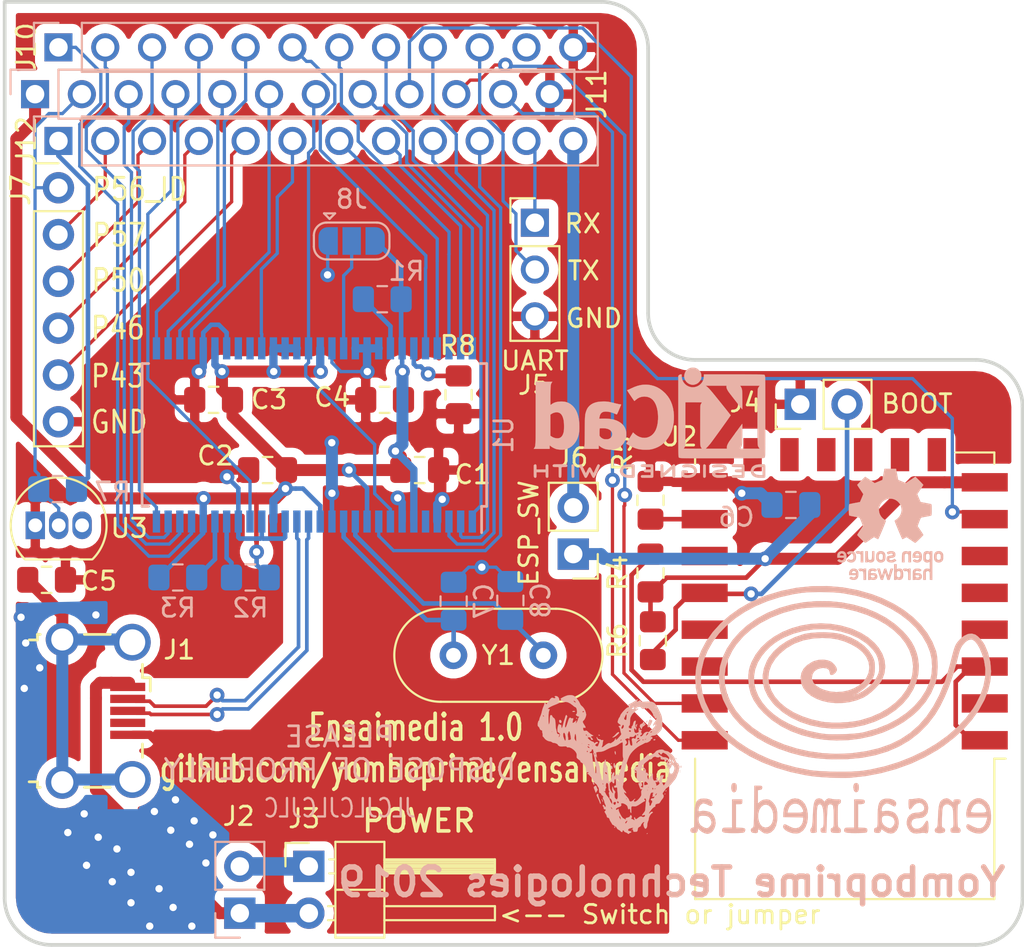
<source format=kicad_pcb>
(kicad_pcb (version 20171130) (host pcbnew 5.1.4-e60b266~84~ubuntu18.04.1)
  (layers (0 F.Cu signal) (31 B.Cu signal) (34 B.Paste user) (35 F.Paste user) (36 B.SilkS user) (37 F.SilkS user) (38 B.Mask user) (39 F.Mask user) (44 Edge.Cuts user))
  (net 0 "")
  (net 1 +3V3)
  (net 2 GND)
  (net 3 VBUS)
  (net 4 "Net-(J1-Pad4)")
  (net 5 +5V)
  (net 6 "Net-(J10-Pad11)")
  (net 7 "Net-(R1-Pad2)")
  (net 8 "Net-(R2-Pad2)")
  (net 9 "Net-(R3-Pad2)")
  (net 10 "Net-(R4-Pad2)")
  (net 11 "Net-(U1-Pad5)")
  (net 12 "Net-(U1-Pad36)")
  (net 13 "Net-(U1-Pad37)")
  (net 14 /D-)
  (net 15 /D+)
  (net 16 "Net-(J4-Pad2)")
  (net 17 "Net-(U2-Pad2)")
  (net 18 "Net-(U2-Pad4)")
  (net 19 "Net-(U2-Pad5)")
  (net 20 "Net-(U2-Pad6)")
  (net 21 "Net-(U2-Pad9)")
  (net 22 "Net-(U2-Pad10)")
  (net 23 "Net-(U2-Pad11)")
  (net 24 "Net-(U2-Pad12)")
  (net 25 "Net-(U2-Pad13)")
  (net 26 "Net-(U2-Pad14)")
  (net 27 "Net-(U2-Pad19)")
  (net 28 "Net-(U2-Pad20)")
  (net 29 /P33)
  (net 30 /P29)
  (net 31 /P24)
  (net 32 /P21)
  (net 33 /P16)
  (net 34 /P12)
  (net 35 /P22)
  (net 36 /P26)
  (net 37 /P30)
  (net 38 /P34)
  (net 39 /P41)
  (net 40 /P45)
  (net 41 /P48)
  (net 42 /P57)
  (net 43 /P50)
  (net 44 /P46)
  (net 45 /P43)
  (net 46 /P35)
  (net 47 /P32)
  (net 48 /P27)
  (net 49 /P23)
  (net 50 /P17)
  (net 51 /P15)
  (net 52 /P14)
  (net 53 "Net-(C5-Pad1)")
  (net 54 "Net-(R5-Pad1)")
  (net 55 /P47)
  (net 56 /P44)
  (net 57 /P40)
  (net 58 /P58)
  (net 59 /P51)
  (net 60 "Net-(R8-Pad2)")
  (net 61 "Net-(C6-Pad1)")
  (net 62 /P56_ID)
  (net 63 "Net-(U3-Pad3)")
  (net 64 "Net-(J8-Pad2)")
  (net 65 "Net-(C7-Pad1)")
  (net 66 "Net-(C8-Pad1)")
  (module Symbol:KiCad-Logo2_5mm_SilkScreen (layer B.Cu) (at 175.97628 84.04352 180)
    (fp_text reference REF** hide)
    (fp_text value KiCad-Logo2_5mm_SilkScreen hide)
  )
  (module Symbol:OSHW-Logo_5.7x6mm_SilkScreen (layer B.Cu) (at 189.04204 89.57056 180)
    (fp_text reference REF** hide)
    (fp_text value OSHW-Logo_5.7x6mm_SilkScreen hide)
  )
  (module ensaimedia:ensaimedia_icon (layer B.Cu) (at 186.26836 99.78644 180)
    (fp_text reference G*** hide)
    (fp_text value LOGO hide)
  )
  (module ensaimedia:yombo_icon (layer B.Cu) (at 173.68012 102.42296 180)
    (fp_text reference G*** hide)
    (fp_text value LOGO hide)
  )
  (module Package_SO:SSOP-56_7.5x18.5mm_P0.635mm (layer B.Cu) (at 157.781027 84.719375 90)
    (fp_text reference U1 (at 0 10.275 90) (layer B.SilkS) (effects (justify mirror)))
    (fp_text value CY7C68013A-56PVX hide)
    (pad 1 smd rect (at -4.7 8.5725 90) (size 1.2 0.4) (layers B.Cu B.Paste B.Mask) (net 31 /P24))
    (pad 2 smd rect (at -4.7 7.9375 90) (size 1.2 0.4) (layers B.Cu B.Paste B.Mask) (net 49 /P23))
    (pad 3 smd rect (at -4.7 7.3025 90) (size 1.2 0.4) (layers B.Cu B.Paste B.Mask) (net 32 /P21))
    (pad 4 smd rect (at -4.7 6.6675 90) (size 1.2 0.4) (layers B.Cu B.Paste B.Mask) (net 2 GND))
    (pad 5 smd rect (at -4.7 6.0325 90) (size 1.2 0.4) (layers B.Cu B.Paste B.Mask) (net 11 "Net-(U1-Pad5)"))
    (pad 6 smd rect (at -4.7 5.3975 90) (size 1.2 0.4) (layers B.Cu B.Paste B.Mask) (net 1 +3V3))
    (pad 7 smd rect (at -4.7 4.7625 90) (size 1.2 0.4) (layers B.Cu B.Paste B.Mask) (net 2 GND))
    (pad 8 smd rect (at -4.7 4.1275 90) (size 1.2 0.4) (layers B.Cu B.Paste B.Mask) (net 37 /P30))
    (pad 9 smd rect (at -4.7 3.4925 90) (size 1.2 0.4) (layers B.Cu B.Paste B.Mask) (net 50 /P17))
    (pad 10 smd rect (at -4.7 2.8575 90) (size 1.2 0.4) (layers B.Cu B.Paste B.Mask) (net 1 +3V3))
    (pad 11 smd rect (at -4.7 2.2225 90) (size 1.2 0.4) (layers B.Cu B.Paste B.Mask) (net 66 "Net-(C8-Pad1)"))
    (pad 12 smd rect (at -4.7 1.5875 90) (size 1.2 0.4) (layers B.Cu B.Paste B.Mask) (net 65 "Net-(C7-Pad1)"))
    (pad 13 smd rect (at -4.7 0.9525 90) (size 1.2 0.4) (layers B.Cu B.Paste B.Mask) (net 2 GND))
    (pad 14 smd rect (at -4.7 0.3175 90) (size 1.2 0.4) (layers B.Cu B.Paste B.Mask) (net 1 +3V3))
    (pad 15 smd rect (at -4.7 -0.3175 90) (size 1.2 0.4) (layers B.Cu B.Paste B.Mask) (net 15 /D+))
    (pad 16 smd rect (at -4.7 -0.9525 90) (size 1.2 0.4) (layers B.Cu B.Paste B.Mask) (net 14 /D-))
    (pad 17 smd rect (at -4.7 -1.5875 90) (size 1.2 0.4) (layers B.Cu B.Paste B.Mask) (net 2 GND))
    (pad 18 smd rect (at -4.7 -2.2225 90) (size 1.2 0.4) (layers B.Cu B.Paste B.Mask) (net 1 +3V3))
    (pad 19 smd rect (at -4.7 -2.8575 90) (size 1.2 0.4) (layers B.Cu B.Paste B.Mask) (net 2 GND))
    (pad 20 smd rect (at -4.7 -3.4925 90) (size 1.2 0.4) (layers B.Cu B.Paste B.Mask) (net 40 /P45))
    (pad 21 smd rect (at -4.7 -4.1275 90) (size 1.2 0.4) (layers B.Cu B.Paste B.Mask) (net 2 GND))
    (pad 22 smd rect (at -4.7 -4.7625 90) (size 1.2 0.4) (layers B.Cu B.Paste B.Mask) (net 8 "Net-(R2-Pad2)"))
    (pad 23 smd rect (at -4.7 -5.3975 90) (size 1.2 0.4) (layers B.Cu B.Paste B.Mask) (net 9 "Net-(R3-Pad2)"))
    (pad 24 smd rect (at -4.7 -6.0325 90) (size 1.2 0.4) (layers B.Cu B.Paste B.Mask) (net 1 +3V3))
    (pad 25 smd rect (at -4.7 -6.6675 90) (size 1.2 0.4) (layers B.Cu B.Paste B.Mask) (net 58 /P58))
    (pad 26 smd rect (at -4.7 -7.3025 90) (size 1.2 0.4) (layers B.Cu B.Paste B.Mask) (net 59 /P51))
    (pad 27 smd rect (at -4.7 -7.9375 90) (size 1.2 0.4) (layers B.Cu B.Paste B.Mask) (net 41 /P48))
    (pad 28 smd rect (at -4.7 -8.5725 90) (size 1.2 0.4) (layers B.Cu B.Paste B.Mask) (net 55 /P47))
    (pad 29 smd rect (at 4.7 -8.5725 90) (size 1.2 0.4) (layers B.Cu B.Paste B.Mask) (net 56 /P44))
    (pad 30 smd rect (at 4.7 -7.9375 90) (size 1.2 0.4) (layers B.Cu B.Paste B.Mask) (net 39 /P41))
    (pad 31 smd rect (at 4.7 -7.3025 90) (size 1.2 0.4) (layers B.Cu B.Paste B.Mask) (net 57 /P40))
    (pad 32 smd rect (at 4.7 -6.6675 90) (size 1.2 0.4) (layers B.Cu B.Paste B.Mask) (net 38 /P34))
    (pad 33 smd rect (at 4.7 -6.0325 90) (size 1.2 0.4) (layers B.Cu B.Paste B.Mask) (net 2 GND))
    (pad 34 smd rect (at 4.7 -5.3975 90) (size 1.2 0.4) (layers B.Cu B.Paste B.Mask) (net 1 +3V3))
    (pad 35 smd rect (at 4.7 -4.7625 90) (size 1.2 0.4) (layers B.Cu B.Paste B.Mask) (net 2 GND))
    (pad 36 smd rect (at 4.7 -4.1275 90) (size 1.2 0.4) (layers B.Cu B.Paste B.Mask) (net 12 "Net-(U1-Pad36)"))
    (pad 37 smd rect (at 4.7 -3.4925 90) (size 1.2 0.4) (layers B.Cu B.Paste B.Mask) (net 13 "Net-(U1-Pad37)"))
    (pad 38 smd rect (at 4.7 -2.8575 90) (size 1.2 0.4) (layers B.Cu B.Paste B.Mask) (net 46 /P35))
    (pad 39 smd rect (at 4.7 -2.2225 90) (size 1.2 0.4) (layers B.Cu B.Paste B.Mask) (net 1 +3V3))
    (pad 40 smd rect (at 4.7 -1.5875 90) (size 1.2 0.4) (layers B.Cu B.Paste B.Mask) (net 1 +3V3))
    (pad 41 smd rect (at 4.7 -0.9525 90) (size 1.2 0.4) (layers B.Cu B.Paste B.Mask) (net 1 +3V3))
    (pad 42 smd rect (at 4.7 -0.3175 90) (size 1.2 0.4) (layers B.Cu B.Paste B.Mask) (net 37 /P30))
    (pad 43 smd rect (at 4.7 0.3175 90) (size 1.2 0.4) (layers B.Cu B.Paste B.Mask) (net 1 +3V3))
    (pad 44 smd rect (at 4.7 0.9525 90) (size 1.2 0.4) (layers B.Cu B.Paste B.Mask) (net 2 GND))
    (pad 45 smd rect (at 4.7 1.5875 90) (size 1.2 0.4) (layers B.Cu B.Paste B.Mask) (net 64 "Net-(J8-Pad2)"))
    (pad 46 smd rect (at 4.7 2.2225 90) (size 1.2 0.4) (layers B.Cu B.Paste B.Mask) (net 2 GND))
    (pad 47 smd rect (at 4.7 2.8575 90) (size 1.2 0.4) (layers B.Cu B.Paste B.Mask) (net 2 GND))
    (pad 48 smd rect (at 4.7 3.4925 90) (size 1.2 0.4) (layers B.Cu B.Paste B.Mask) (net 2 GND))
    (pad 49 smd rect (at 4.7 4.1275 90) (size 1.2 0.4) (layers B.Cu B.Paste B.Mask) (net 7 "Net-(R1-Pad2)"))
    (pad 50 smd rect (at 4.7 4.7625 90) (size 1.2 0.4) (layers B.Cu B.Paste B.Mask) (net 1 +3V3))
    (pad 51 smd rect (at 4.7 5.3975 90) (size 1.2 0.4) (layers B.Cu B.Paste B.Mask) (net 60 "Net-(R8-Pad2)"))
    (pad 52 smd rect (at 4.7 6.0325 90) (size 1.2 0.4) (layers B.Cu B.Paste B.Mask) (net 29 /P33))
    (pad 53 smd rect (at 4.7 6.6675 90) (size 1.2 0.4) (layers B.Cu B.Paste B.Mask) (net 47 /P32))
    (pad 54 smd rect (at 4.7 7.3025 90) (size 1.2 0.4) (layers B.Cu B.Paste B.Mask) (net 30 /P29))
    (pad 55 smd rect (at 4.7 7.9375 90) (size 1.2 0.4) (layers B.Cu B.Paste B.Mask) (net 48 /P27))
    (pad 56 smd rect (at 4.7 8.5725 90) (size 1.2 0.4) (layers B.Cu B.Paste B.Mask) (net 36 /P26))
  )
  (module Capacitor_SMD:C_0805_2012Metric_Pad1.15x1.40mm_HandSolder (layer F.Cu) (at 155.241027 86.624375 180)
    (fp_text reference C2 (at 2.841027 0.772375 180) (layer F.SilkS))
    (fp_text value 0.1u hide)
    (pad 2 smd roundrect (at 1.025 0 180) (size 1.15 1.4) (layers F.Cu F.Paste F.Mask) (roundrect_rratio 0.217391) (net 2 GND))
    (pad 1 smd roundrect (at -1.025 0 180) (size 1.15 1.4) (layers F.Cu F.Paste F.Mask) (roundrect_rratio 0.217391) (net 1 +3V3))
  )
  (module Capacitor_SMD:C_0805_2012Metric_Pad1.15x1.40mm_HandSolder (layer F.Cu) (at 152.311027 82.814375 180)
    (fp_text reference C3 (at -3.009973 0.010375 180) (layer F.SilkS))
    (fp_text value 0.1u hide)
    (pad 1 smd roundrect (at -1.025 0 180) (size 1.15 1.4) (layers F.Cu F.Paste F.Mask) (roundrect_rratio 0.217391) (net 1 +3V3))
    (pad 2 smd roundrect (at 1.025 0 180) (size 1.15 1.4) (layers F.Cu F.Paste F.Mask) (roundrect_rratio 0.217391) (net 2 GND))
  )
  (module Capacitor_SMD:C_0805_2012Metric_Pad1.15x1.40mm_HandSolder (layer F.Cu) (at 161.591027 82.814375 180)
    (fp_text reference C4 (at 2.841027 0.137375 180) (layer F.SilkS))
    (fp_text value 0.1u hide)
    (pad 2 smd roundrect (at 1.025 0 180) (size 1.15 1.4) (layers F.Cu F.Paste F.Mask) (roundrect_rratio 0.217391) (net 2 GND))
    (pad 1 smd roundrect (at -1.025 0 180) (size 1.15 1.4) (layers F.Cu F.Paste F.Mask) (roundrect_rratio 0.217391) (net 1 +3V3))
  )
  (module Connector_USB:USB_Micro-B_Wuerth_629105150521_CircularHoles (layer F.Cu) (at 146.05 99.695 270)
    (fp_text reference J1 (at -3.31216 -4.39928) (layer F.SilkS))
    (fp_text value USB_B_Micro hide)
    (pad 1 smd rect (at -1.3 -1.9 270) (size 0.45 1.9) (drill (offset 0 0.3)) (layers F.Cu F.Paste F.Mask) (net 3 VBUS))
    (pad 2 smd rect (at -0.65 -1.9 270) (size 0.45 1.9) (drill (offset 0 0.3)) (layers F.Cu F.Paste F.Mask) (net 14 /D-))
    (pad 3 smd rect (at 0 -1.9 270) (size 0.45 1.9) (drill (offset 0 0.3)) (layers F.Cu F.Paste F.Mask) (net 15 /D+))
    (pad 4 smd rect (at 0.65 -1.9 270) (size 0.45 1.9) (drill (offset 0 0.3)) (layers F.Cu F.Paste F.Mask) (net 4 "Net-(J1-Pad4)"))
    (pad 5 smd rect (at 1.3 -1.9 270) (size 0.45 1.9) (drill (offset 0 0.3)) (layers F.Cu F.Paste F.Mask) (net 2 GND))
    (pad 6 thru_hole circle (at -3.725 -1.85 270) (size 2 2) (drill 1.4) (layers *.Cu *.Mask) (net 53 "Net-(C5-Pad1)"))
    (pad 6 thru_hole circle (at 3.725 -1.85 270) (size 2 2) (drill 1.4) (layers *.Cu *.Mask) (net 53 "Net-(C5-Pad1)"))
    (pad 6 thru_hole circle (at -3.875 1.95 270) (size 1.8 1.8) (drill 1.2) (layers *.Cu *.Mask) (net 53 "Net-(C5-Pad1)"))
    (pad 6 thru_hole circle (at 3.875 1.95 270) (size 1.8 1.8) (drill 1.2) (layers *.Cu *.Mask) (net 53 "Net-(C5-Pad1)"))
    (pad "" np_thru_hole circle (at -2.5 -0.8 270) (size 0.8 0.8) (drill 0.8) (layers *.Cu *.Mask))
    (pad "" np_thru_hole circle (at 2.5 -0.8 270) (size 0.8 0.8) (drill 0.8) (layers *.Cu *.Mask))
  )
  (module Connector_PinHeader_2.54mm:PinHeader_1x02_P2.54mm_Vertical (layer B.Cu) (at 153.733526 110.674376)
    (fp_text reference J2 (at -0.063526 -5.264376) (layer F.SilkS))
    (fp_text value POWER)
    (pad 1 thru_hole rect (at 0 0) (size 1.7 1.7) (drill 1) (layers *.Cu *.Mask) (net 3 VBUS))
    (pad 2 thru_hole oval (at 0 -2.54) (size 1.7 1.7) (drill 1) (layers *.Cu *.Mask) (net 5 +5V))
  )
  (module Connector_PinHeader_2.54mm:PinHeader_1x02_P2.54mm_Horizontal (layer F.Cu) (at 157.48 108.134376)
    (fp_text reference J3 (at -0.254 -2.597376) (layer F.SilkS))
    (fp_text value POW_SW hide)
    (pad 1 thru_hole rect (at 0 0) (size 1.7 1.7) (drill 1) (layers *.Cu *.Mask) (net 5 +5V))
    (pad 2 thru_hole oval (at 0 2.54) (size 1.7 1.7) (drill 1) (layers *.Cu *.Mask) (net 3 VBUS))
  )
  (module Connector_PinHeader_2.54mm:PinHeader_1x12_P2.54mm_Vertical (layer B.Cu) (at 143.891026 63.684376 270)
    (fp_text reference J10 (at -0.006576 1.752626 270) (layer F.SilkS))
    (fp_text value -)
    (pad 1 thru_hole rect (at 0 0 270) (size 1.524 1.524) (drill 1) (layers *.Cu *.Mask) (net 58 /P58))
    (pad 2 thru_hole oval (at 0 -2.54 270) (size 1.524 1.524) (drill 1) (layers *.Cu *.Mask) (net 59 /P51))
    (pad 3 thru_hole oval (at 0 -5.08 270) (size 1.524 1.524) (drill 1) (layers *.Cu *.Mask) (net 55 /P47))
    (pad 4 thru_hole oval (at 0 -7.62 270) (size 1.524 1.524) (drill 1) (layers *.Cu *.Mask) (net 56 /P44))
    (pad 5 thru_hole oval (at 0 -10.16 270) (size 1.524 1.524) (drill 1) (layers *.Cu *.Mask) (net 57 /P40))
    (pad 6 thru_hole oval (at 0 -12.7 270) (size 1.524 1.524) (drill 1) (layers *.Cu *.Mask) (net 29 /P33))
    (pad 7 thru_hole oval (at 0 -15.24 270) (size 1.524 1.524) (drill 1) (layers *.Cu *.Mask) (net 30 /P29))
    (pad 8 thru_hole oval (at 0 -17.78 270) (size 1.524 1.524) (drill 1) (layers *.Cu *.Mask) (net 31 /P24))
    (pad 9 thru_hole oval (at 0 -20.32 270) (size 1.524 1.524) (drill 1) (layers *.Cu *.Mask) (net 32 /P21))
    (pad 10 thru_hole oval (at 0 -22.86 270) (size 1.524 1.524) (drill 1) (layers *.Cu *.Mask) (net 51 /P15))
    (pad 11 thru_hole oval (at 0 -25.4 270) (size 1.524 1.524) (drill 1) (layers *.Cu *.Mask) (net 6 "Net-(J10-Pad11)"))
    (pad 12 thru_hole oval (at 0 -27.94 270) (size 1.524 1.524) (drill 1) (layers *.Cu *.Mask) (net 2 GND))
  )
  (module Connector_PinHeader_2.54mm:PinHeader_1x12_P2.54mm_Vertical (layer B.Cu) (at 142.621 66.224376 270)
    (fp_text reference J11 (at 0 -30.48 270) (layer F.SilkS))
    (fp_text value -)
    (pad 12 thru_hole oval (at 0 -27.94 270) (size 1.524 1.524) (drill 1) (layers *.Cu *.Mask) (net 2 GND))
    (pad 11 thru_hole oval (at 0 -25.4 270) (size 1.524 1.524) (drill 1) (layers *.Cu *.Mask) (net 34 /P12))
    (pad 10 thru_hole oval (at 0 -22.86 270) (size 1.524 1.524) (drill 1) (layers *.Cu *.Mask) (net 33 /P16))
    (pad 9 thru_hole oval (at 0 -20.32 270) (size 1.524 1.524) (drill 1) (layers *.Cu *.Mask) (net 35 /P22))
    (pad 8 thru_hole oval (at 0 -17.78 270) (size 1.524 1.524) (drill 1) (layers *.Cu *.Mask) (net 36 /P26))
    (pad 7 thru_hole oval (at 0 -15.24 270) (size 1.524 1.524) (drill 1) (layers *.Cu *.Mask) (net 37 /P30))
    (pad 6 thru_hole oval (at 0 -12.7 270) (size 1.524 1.524) (drill 1) (layers *.Cu *.Mask) (net 38 /P34))
    (pad 5 thru_hole oval (at 0 -10.16 270) (size 1.524 1.524) (drill 1) (layers *.Cu *.Mask) (net 39 /P41))
    (pad 4 thru_hole oval (at 0 -7.62 270) (size 1.524 1.524) (drill 1) (layers *.Cu *.Mask) (net 40 /P45))
    (pad 3 thru_hole oval (at 0 -5.08 270) (size 1.524 1.524) (drill 1) (layers *.Cu *.Mask) (net 41 /P48))
    (pad 2 thru_hole oval (at 0 -2.54 270) (size 1.524 1.524) (drill 1) (layers *.Cu *.Mask) (net 62 /P56_ID))
    (pad 1 thru_hole rect (at 0 0 270) (size 1.524 1.524) (drill 1) (layers *.Cu *.Mask) (net 1 +3V3))
  )
  (module Connector_PinHeader_2.54mm:PinHeader_1x12_P2.54mm_Vertical (layer B.Cu) (at 143.891026 68.764376 270)
    (fp_text reference J12 (at 0 1.752626 270) (layer F.SilkS))
    (fp_text value -)
    (pad 1 thru_hole rect (at 0 0 270) (size 1.524 1.524) (drill 1) (layers *.Cu *.Mask) (net 5 +5V))
    (pad 2 thru_hole oval (at 0 -2.54 270) (size 1.524 1.524) (drill 1) (layers *.Cu *.Mask) (net 42 /P57))
    (pad 3 thru_hole oval (at 0 -5.08 270) (size 1.524 1.524) (drill 1) (layers *.Cu *.Mask) (net 43 /P50))
    (pad 4 thru_hole oval (at 0 -7.62 270) (size 1.524 1.524) (drill 1) (layers *.Cu *.Mask) (net 44 /P46))
    (pad 5 thru_hole oval (at 0 -10.16 270) (size 1.524 1.524) (drill 1) (layers *.Cu *.Mask) (net 45 /P43))
    (pad 6 thru_hole oval (at 0 -12.7 270) (size 1.524 1.524) (drill 1) (layers *.Cu *.Mask) (net 46 /P35))
    (pad 7 thru_hole oval (at 0 -15.24 270) (size 1.524 1.524) (drill 1) (layers *.Cu *.Mask) (net 47 /P32))
    (pad 8 thru_hole oval (at 0 -17.78 270) (size 1.524 1.524) (drill 1) (layers *.Cu *.Mask) (net 48 /P27))
    (pad 9 thru_hole oval (at 0 -20.32 270) (size 1.524 1.524) (drill 1) (layers *.Cu *.Mask) (net 49 /P23))
    (pad 10 thru_hole oval (at 0 -22.86 270) (size 1.524 1.524) (drill 1) (layers *.Cu *.Mask) (net 50 /P17))
    (pad 11 thru_hole oval (at 0 -25.4 270) (size 1.524 1.524) (drill 1) (layers *.Cu *.Mask) (net 52 /P14))
    (pad 12 thru_hole oval (at 0 -27.94 270) (size 1.524 1.524) (drill 1) (layers *.Cu *.Mask) (net 1 +3V3))
  )
  (module Resistor_SMD:R_0805_2012Metric_Pad1.15x1.40mm_HandSolder (layer B.Cu) (at 154.305 92.456 180)
    (fp_text reference R2 (at 0 -1.651 180) (layer B.SilkS) (effects (justify mirror)))
    (fp_text value 2K2 hide)
    (pad 2 smd roundrect (at 1.025 0 180) (size 1.15 1.4) (layers B.Cu B.Paste B.Mask) (roundrect_rratio 0.217391) (net 8 "Net-(R2-Pad2)"))
    (pad 1 smd roundrect (at -1.025 0 180) (size 1.15 1.4) (layers B.Cu B.Paste B.Mask) (roundrect_rratio 0.217391) (net 1 +3V3))
  )
  (module Resistor_SMD:R_0805_2012Metric_Pad1.15x1.40mm_HandSolder (layer B.Cu) (at 161.464027 77.353375 180)
    (fp_text reference R1 (at -1.311873 1.521675 180) (layer B.SilkS) (effects (justify mirror)))
    (fp_text value 100K hide)
    (pad 1 smd roundrect (at -1.025 0 180) (size 1.15 1.4) (layers B.Cu B.Paste B.Mask) (roundrect_rratio 0.217391) (net 1 +3V3))
    (pad 2 smd roundrect (at 1.025 0 180) (size 1.15 1.4) (layers B.Cu B.Paste B.Mask) (roundrect_rratio 0.217391) (net 7 "Net-(R1-Pad2)"))
  )
  (module Resistor_SMD:R_0805_2012Metric_Pad1.15x1.40mm_HandSolder (layer B.Cu) (at 150.368 92.456)
    (fp_text reference R3 (at 0 1.65) (layer B.SilkS) (effects (justify mirror)))
    (fp_text value 2K2 hide)
    (pad 1 smd roundrect (at -1.025 0) (size 1.15 1.4) (layers B.Cu B.Paste B.Mask) (roundrect_rratio 0.217391) (net 1 +3V3))
    (pad 2 smd roundrect (at 1.025 0) (size 1.15 1.4) (layers B.Cu B.Paste B.Mask) (roundrect_rratio 0.217391) (net 9 "Net-(R3-Pad2)"))
  )
  (module Resistor_SMD:R_0805_2012Metric_Pad1.15x1.40mm_HandSolder (layer F.Cu) (at 176.022 92.211 90)
    (fp_text reference R4 (at 0.009 -1.778 90) (layer F.SilkS))
    (fp_text value 10K hide)
    (pad 2 smd roundrect (at 1.025 0 90) (size 1.15 1.4) (layers F.Cu F.Paste F.Mask) (roundrect_rratio 0.217391) (net 10 "Net-(R4-Pad2)"))
    (pad 1 smd roundrect (at -1.025 0 90) (size 1.15 1.4) (layers F.Cu F.Paste F.Mask) (roundrect_rratio 0.217391) (net 61 "Net-(C6-Pad1)"))
  )
  (module Resistor_SMD:R_0805_2012Metric_Pad1.15x1.40mm_HandSolder (layer F.Cu) (at 176.022 88.265 90)
    (fp_text reference R5 (at 2.54 -1.524 90) (layer F.SilkS))
    (fp_text value 10K hide)
    (pad 1 smd roundrect (at -1.025 0 90) (size 1.15 1.4) (layers F.Cu F.Paste F.Mask) (roundrect_rratio 0.217391) (net 54 "Net-(R5-Pad1)"))
    (pad 2 smd roundrect (at 1.025 0 90) (size 1.15 1.4) (layers F.Cu F.Paste F.Mask) (roundrect_rratio 0.217391) (net 2 GND))
  )
  (module RF_Module:ESP-12E (layer F.Cu) (at 186.563 97.79 180)
    (fp_text reference U2 (at 9.00684 12.9794 180) (layer F.SilkS))
    (fp_text value ESP-12E hide)
    (pad 1 smd rect (at -7.6 -3.5 180) (size 2.5 1) (layers F.Cu F.Paste F.Mask) (net 10 "Net-(R4-Pad2)"))
    (pad 2 smd rect (at -7.6 -1.5 180) (size 2.5 1) (layers F.Cu F.Paste F.Mask) (net 17 "Net-(U2-Pad2)"))
    (pad 3 smd rect (at -7.6 0.5 180) (size 2.5 1) (layers F.Cu F.Paste F.Mask) (net 10 "Net-(R4-Pad2)"))
    (pad 4 smd rect (at -7.6 2.5 180) (size 2.5 1) (layers F.Cu F.Paste F.Mask) (net 18 "Net-(U2-Pad4)"))
    (pad 5 smd rect (at -7.6 4.5 180) (size 2.5 1) (layers F.Cu F.Paste F.Mask) (net 19 "Net-(U2-Pad5)"))
    (pad 6 smd rect (at -7.6 6.5 180) (size 2.5 1) (layers F.Cu F.Paste F.Mask) (net 20 "Net-(U2-Pad6)"))
    (pad 7 smd rect (at -7.6 8.5 180) (size 2.5 1) (layers F.Cu F.Paste F.Mask) (net 35 /P22))
    (pad 8 smd rect (at -7.6 10.5 180) (size 2.5 1) (layers F.Cu F.Paste F.Mask) (net 61 "Net-(C6-Pad1)"))
    (pad 9 smd rect (at -5 12 180) (size 1 1.8) (layers F.Cu F.Paste F.Mask) (net 21 "Net-(U2-Pad9)"))
    (pad 10 smd rect (at -3 12 180) (size 1 1.8) (layers F.Cu F.Paste F.Mask) (net 22 "Net-(U2-Pad10)"))
    (pad 11 smd rect (at -1 12 180) (size 1 1.8) (layers F.Cu F.Paste F.Mask) (net 23 "Net-(U2-Pad11)"))
    (pad 12 smd rect (at 1 12 180) (size 1 1.8) (layers F.Cu F.Paste F.Mask) (net 24 "Net-(U2-Pad12)"))
    (pad 13 smd rect (at 3 12 180) (size 1 1.8) (layers F.Cu F.Paste F.Mask) (net 25 "Net-(U2-Pad13)"))
    (pad 14 smd rect (at 5 12 180) (size 1 1.8) (layers F.Cu F.Paste F.Mask) (net 26 "Net-(U2-Pad14)"))
    (pad 15 smd rect (at 7.6 10.5 180) (size 2.5 1) (layers F.Cu F.Paste F.Mask) (net 2 GND))
    (pad 16 smd rect (at 7.6 8.5 180) (size 2.5 1) (layers F.Cu F.Paste F.Mask) (net 54 "Net-(R5-Pad1)"))
    (pad 17 smd rect (at 7.6 6.5 180) (size 2.5 1) (layers F.Cu F.Paste F.Mask) (net 10 "Net-(R4-Pad2)"))
    (pad 18 smd rect (at 7.6 4.5 180) (size 2.5 1) (layers F.Cu F.Paste F.Mask) (net 16 "Net-(J4-Pad2)"))
    (pad 19 smd rect (at 7.6 2.5 180) (size 2.5 1) (layers F.Cu F.Paste F.Mask) (net 27 "Net-(U2-Pad19)"))
    (pad 20 smd rect (at 7.6 0.5 180) (size 2.5 1) (layers F.Cu F.Paste F.Mask) (net 28 "Net-(U2-Pad20)"))
    (pad 21 smd rect (at 7.6 -1.5 180) (size 2.5 1) (layers F.Cu F.Paste F.Mask) (net 33 /P16))
    (pad 22 smd rect (at 7.6 -3.5 180) (size 2.5 1) (layers F.Cu F.Paste F.Mask) (net 34 /P12))
  )
  (module Connector_PinHeader_2.54mm:PinHeader_1x02_P2.54mm_Vertical (layer F.Cu) (at 184.15 83.058 90)
    (fp_text reference J4 (at 0.09144 -2.9718 180) (layer F.SilkS))
    (fp_text value BOOT (at 0.03048 6.33476 180) (layer F.SilkS))
    (pad 1 thru_hole rect (at 0 0 90) (size 1.7 1.7) (drill 1) (layers *.Cu *.Mask) (net 2 GND))
    (pad 2 thru_hole oval (at 0 2.54 90) (size 1.7 1.7) (drill 1) (layers *.Cu *.Mask) (net 16 "Net-(J4-Pad2)"))
  )
  (module Capacitor_SMD:C_0805_2012Metric_Pad1.15x1.40mm_HandSolder (layer F.Cu) (at 143.247 92.583)
    (fp_text reference C5 (at 2.83348 0.06096) (layer F.SilkS))
    (fp_text value 0.1u hide)
    (pad 1 smd roundrect (at -1.025 0) (size 1.15 1.4) (layers F.Cu F.Paste F.Mask) (roundrect_rratio 0.217391) (net 53 "Net-(C5-Pad1)"))
    (pad 2 smd roundrect (at 1.025 0) (size 1.15 1.4) (layers F.Cu F.Paste F.Mask) (roundrect_rratio 0.217391) (net 2 GND))
  )
  (module Resistor_SMD:R_0805_2012Metric_Pad1.15x1.40mm_HandSolder (layer F.Cu) (at 176.149 95.885 270)
    (fp_text reference R6 (at 0 1.905 270) (layer F.SilkS))
    (fp_text value 10K hide)
    (pad 1 smd roundrect (at -1.025 0 270) (size 1.15 1.4) (layers F.Cu F.Paste F.Mask) (roundrect_rratio 0.217391) (net 61 "Net-(C6-Pad1)"))
    (pad 2 smd roundrect (at 1.025 0 270) (size 1.15 1.4) (layers F.Cu F.Paste F.Mask) (roundrect_rratio 0.217391) (net 16 "Net-(J4-Pad2)"))
  )
  (module Resistor_SMD:R_0805_2012Metric_Pad1.15x1.40mm_HandSolder (layer B.Cu) (at 143.8439 87.6554 180)
    (fp_text reference R7 (at -2.9845 -0.1524) (layer B.SilkS) (effects (justify mirror)))
    (fp_text value 1K hide)
    (pad 1 smd roundrect (at -1.025 0 180) (size 1.15 1.4) (layers B.Cu B.Paste B.Mask) (roundrect_rratio 0.217391) (net 5 +5V))
    (pad 2 smd roundrect (at 1.025 0 180) (size 1.15 1.4) (layers B.Cu B.Paste B.Mask) (roundrect_rratio 0.217391) (net 62 /P56_ID))
  )
  (module Connector_PinHeader_2.54mm:PinHeader_1x03_P2.54mm_Vertical (layer F.Cu) (at 169.7482 73.2028)
    (fp_text reference J5 (at -0.0508 8.8138) (layer F.SilkS))
    (fp_text value UART (at 0 7.493) (layer F.SilkS))
    (pad 1 thru_hole rect (at 0 0) (size 1.524 1.524) (drill 1) (layers *.Cu *.Mask) (net 52 /P14))
    (pad 2 thru_hole oval (at 0 2.54) (size 1.524 1.524) (drill 1) (layers *.Cu *.Mask) (net 51 /P15))
    (pad 3 thru_hole oval (at 0 5.08) (size 1.524 1.524) (drill 1) (layers *.Cu *.Mask) (net 2 GND))
  )
  (module Capacitor_SMD:C_0805_2012Metric_Pad1.15x1.40mm_HandSolder (layer F.Cu) (at 163.496027 86.624375)
    (fp_text reference C1 (at 2.873973 0.243625) (layer F.SilkS))
    (fp_text value 0.1u)
    (pad 1 smd roundrect (at -1.025 0) (size 1.15 1.4) (layers F.Cu F.Paste F.Mask) (roundrect_rratio 0.217391) (net 1 +3V3))
    (pad 2 smd roundrect (at 1.025 0) (size 1.15 1.4) (layers F.Cu F.Paste F.Mask) (roundrect_rratio 0.217391) (net 2 GND))
  )
  (module Capacitor_SMD:C_0805_2012Metric_Pad1.15x1.40mm_HandSolder (layer B.Cu) (at 183.642 88.519 180)
    (fp_text reference C6 (at 2.95656 -0.6604 180) (layer B.SilkS) (effects (justify mirror)))
    (fp_text value 0.1u)
    (pad 1 smd roundrect (at -1.025 0 180) (size 1.15 1.4) (layers B.Cu B.Paste B.Mask) (roundrect_rratio 0.217391) (net 61 "Net-(C6-Pad1)"))
    (pad 2 smd roundrect (at 1.025 0 180) (size 1.15 1.4) (layers B.Cu B.Paste B.Mask) (roundrect_rratio 0.217391) (net 2 GND))
  )
  (module Connector_PinHeader_2.54mm:PinHeader_1x02_P2.54mm_Vertical (layer F.Cu) (at 171.831 91.186 180)
    (fp_text reference J6 (at 0.0508 5.2324 180) (layer F.SilkS))
    (fp_text value ESP_SW (at 2.413 1.143 270) (layer F.SilkS))
    (pad 1 thru_hole rect (at 0 0 180) (size 1.7 1.7) (drill 1) (layers *.Cu *.Mask) (net 61 "Net-(C6-Pad1)"))
    (pad 2 thru_hole oval (at 0 2.54 180) (size 1.7 1.7) (drill 1) (layers *.Cu *.Mask) (net 1 +3V3))
  )
  (module Resistor_SMD:R_0805_2012Metric_Pad1.15x1.40mm_HandSolder (layer F.Cu) (at 165.608 82.541 90)
    (fp_text reference R8 (at 2.67832 -0.04064) (layer F.SilkS))
    (fp_text value 100K)
    (pad 1 smd roundrect (at -1.025 0 90) (size 1.15 1.4) (layers F.Cu F.Paste F.Mask) (roundrect_rratio 0.217) (net 2 GND))
    (pad 2 smd roundrect (at 1.025 0 90) (size 1.15 1.4) (layers F.Cu F.Paste F.Mask) (roundrect_rratio 0.217391) (net 60 "Net-(R8-Pad2)"))
  )
  (module Package_TO_SOT_THT:TO-92_Inline (layer F.Cu) (at 142.6337 89.6239)
    (fp_text reference U3 (at 5.0927 0.16002) (layer F.SilkS))
    (fp_text value DS2431 hide)
    (pad 2 thru_hole oval (at 1.27 0) (size 1.05 1.5) (drill 0.75) (layers *.Cu *.Mask) (net 62 /P56_ID))
    (pad 3 thru_hole oval (at 2.54 0) (size 1.05 1.5) (drill 0.75) (layers *.Cu *.Mask) (net 63 "Net-(U3-Pad3)"))
    (pad 1 thru_hole rect (at 0 0) (size 1.05 1.5) (drill 0.75) (layers *.Cu *.Mask) (net 2 GND))
  )
  (module Jumper:SolderJumper-3_P1.3mm_Open_RoundedPad1.0x1.5mm (layer B.Cu) (at 159.8041 74.1934)
    (fp_text reference J8 (at 0 -2.2733) (layer B.SilkS) (effects (justify mirror)))
    (fp_text value DIR hide)
    (pad 1 smd custom (at -1.3 0) (size 1 0.5) (layers B.Cu B.Mask) (net 2 GND) (options (clearance outline) (anchor rect)) (primitives (gr_circle (center 0 -0.25) (end 0.5 -0.25) (width 0)) (gr_circle (center 0 0.25) (end 0.5 0.25) (width 0)) (gr_poly (pts (xy 0.55 0.75) (xy 0 0.75) (xy 0 -0.75) (xy 0.55 -0.75)) (width 0))))
    (pad 3 smd custom (at 1.3 0) (size 1 0.5) (layers B.Cu B.Mask) (net 1 +3V3) (options (clearance outline) (anchor rect)) (primitives (gr_circle (center 0 -0.25) (end 0.5 -0.25) (width 0)) (gr_circle (center 0 0.25) (end 0.5 0.25) (width 0)) (gr_poly (pts (xy -0.55 0.75) (xy 0 0.75) (xy 0 -0.75) (xy -0.55 -0.75)) (width 0))))
    (pad 2 smd rect (at 0 0) (size 1 1.5) (layers B.Cu B.Mask) (net 64 "Net-(J8-Pad2)"))
  )
  (module Connector_PinHeader_2.54mm:PinHeader_1x06_P2.54mm_Vertical (layer F.Cu) (at 143.891026 71.304376)
    (fp_text reference J7 (at -2.057426 0.115344 90) (layer F.SilkS))
    (fp_text value External)
    (pad 1 thru_hole circle (at 0 0) (size 1.7 1.7) (drill 1) (layers *.Cu *.Mask) (net 62 /P56_ID))
    (pad 2 thru_hole oval (at 0 2.54) (size 1.7 1.7) (drill 1) (layers *.Cu *.Mask) (net 42 /P57))
    (pad 3 thru_hole oval (at 0 5.08) (size 1.7 1.7) (drill 1) (layers *.Cu *.Mask) (net 43 /P50))
    (pad 4 thru_hole oval (at 0 7.62) (size 1.7 1.7) (drill 1) (layers *.Cu *.Mask) (net 44 /P46))
    (pad 5 thru_hole oval (at 0 10.16) (size 1.7 1.7) (drill 1) (layers *.Cu *.Mask) (net 45 /P43))
    (pad 6 thru_hole oval (at 0 12.7) (size 1.7 1.7) (drill 1) (layers *.Cu *.Mask) (net 2 GND))
  )
  (module Capacitor_SMD:C_0805_2012Metric_Pad1.15x1.40mm_HandSolder (layer B.Cu) (at 165.33876 93.74124 90)
    (fp_text reference C7 (at 0 1.65 90) (layer B.SilkS) (effects (justify mirror)))
    (fp_text value 12pF)
    (pad 1 smd roundrect (at -1.025 0 90) (size 1.15 1.4) (layers B.Cu B.Paste B.Mask) (roundrect_rratio 0.217391) (net 65 "Net-(C7-Pad1)"))
    (pad 2 smd roundrect (at 1.025 0 90) (size 1.15 1.4) (layers B.Cu B.Paste B.Mask) (roundrect_rratio 0.217391) (net 2 GND))
  )
  (module Capacitor_SMD:C_0805_2012Metric_Pad1.15x1.40mm_HandSolder (layer B.Cu) (at 168.41724 93.70176 90)
    (fp_text reference C8 (at 0 1.65 90) (layer B.SilkS) (effects (justify mirror)))
    (fp_text value 12pF)
    (pad 2 smd roundrect (at 1.025 0 90) (size 1.15 1.4) (layers B.Cu B.Paste B.Mask) (roundrect_rratio 0.217391) (net 2 GND))
    (pad 1 smd roundrect (at -1.025 0 90) (size 1.15 1.4) (layers B.Cu B.Paste B.Mask) (roundrect_rratio 0.217391) (net 66 "Net-(C8-Pad1)"))
  )
  (module Crystal:Crystal_HC49-U_Vertical (layer F.Cu) (at 165.328081 96.678001)
    (fp_text reference Y1 hide)
    (fp_text value Crystal hide)
    (fp_text user %R (at 2.44 0) (layer F.SilkS))
    (pad 1 thru_hole circle (at 0 0) (size 1.5 1.5) (drill 0.8) (layers *.Cu *.Mask) (net 65 "Net-(C7-Pad1)"))
    (pad 2 thru_hole circle (at 4.88 0) (size 1.5 1.5) (drill 0.8) (layers *.Cu *.Mask) (net 66 "Net-(C8-Pad1)"))
  )
  (gr_text JLCJLCJLCJLC (at 159.15132 104.96804) (layer B.SilkS) (effects (font (size 1 0.8) (thickness 0.125)) (justify mirror)))
  (gr_text GND (at 145.5674 84.0232) (layer F.SilkS) (effects (font (size 1.2 1)) (justify left)))
  (gr_text P43 (at 145.5674 81.534) (layer F.SilkS) (effects (font (size 1.2 1)) (justify left)))
  (gr_text P46 (at 145.5674 78.92288) (layer F.SilkS) (effects (font (size 1.2 1)) (justify left)))
  (gr_text P50 (at 145.59788 76.33716) (layer F.SilkS) (effects (font (size 1.2 1)) (justify left)))
  (gr_text P57 (at 145.63344 73.87844) (layer F.SilkS) (effects (font (size 1.2 1)) (justify left)))
  (gr_text P56_ID (at 145.63344 71.38924) (layer F.SilkS) (effects (font (size 1.2 1)) (justify left)))
  (gr_text "Yomboprime Technologies 2019" (at 177.17516 108.98632) (layer B.SilkS) (effects (font (size 1.5 1.5) (thickness 0.3)) (justify mirror)))
  (gr_text "<-- Switch or jumper" (at 176.53 110.744) (layer F.SilkS) (effects (font (size 1 1))))
  (gr_line (start 140.97 61.214) (end 173.355 61.214) (layer Edge.Cuts) (width 0.2))
  (gr_arc (start 173.355 63.754) (end 175.895 63.754) (angle -90) (layer Edge.Cuts) (width 0.2))
  (gr_text GND (at 172.95876 78.38948) (layer F.SilkS) (effects (font (size 1 1))))
  (gr_text TX (at 172.39996 75.80884) (layer F.SilkS) (effects (font (size 1 1))))
  (gr_text RX (at 172.339 73.2536) (layer F.SilkS) (effects (font (size 1 1))))
  (gr_text "PLEASE\nDISPOSE OF PROPERLY" (at 159.16148 101.99116) (layer B.SilkS) (effects (font (size 1.1 1.1)) (justify mirror)))
  (gr_text "POWER\n" (at 163.449 105.664) (layer F.SilkS) (effects (font (size 1.2 1.2) (thickness 0.2))))
  (gr_text "Ensaimedia 1.0\ngithub.com/yomboprime/ensaimedia" (at 163.28644 101.71684) (layer F.SilkS) (effects (font (size 1.4 1) (thickness 0.2))))
  (gr_arc (start 193.675 83.185) (end 196.215 83.185) (angle -90) (layer Edge.Cuts) (width 0.2))
  (gr_line (start 178.435 80.645) (end 193.675 80.645) (layer Edge.Cuts) (width 0.2))
  (gr_arc (start 178.435 78.105) (end 175.895 78.105) (angle -90) (layer Edge.Cuts) (width 0.2))
  (gr_line (start 175.895 63.754) (end 175.895 78.105) (layer Edge.Cuts) (width 0.2))
  (gr_arc (start 143.51 109.855) (end 140.97 109.855) (angle -90) (layer Edge.Cuts) (width 0.2))
  (gr_arc (start 193.675 109.855) (end 193.675 112.395) (angle -90) (layer Edge.Cuts) (width 0.2))
  (gr_line (start 140.97 109.855) (end 140.97 61.214) (layer Edge.Cuts) (width 0.2))
  (gr_line (start 193.675 112.395) (end 143.51 112.395) (layer Edge.Cuts) (width 0.2))
  (gr_line (start 196.215 83.185) (end 196.215 109.855) (layer Edge.Cuts) (width 0.2))
  (via (at 152.765003 81.28) (size 0.8) (drill 0.4) (layers F.Cu B.Cu) (net 1))
  (segment (start 152.765003 82.243351) (end 153.336027 82.814375) (width 0.65) (layer F.Cu) (net 1))
  (segment (start 152.765003 81.28) (end 152.765003 82.243351) (width 0.65) (layer F.Cu) (net 1))
  (via (at 162.56 81.28) (size 0.8) (drill 0.4) (layers F.Cu B.Cu) (net 1))
  (segment (start 162.543527 80.019375) (end 162.543527 81.263527) (width 0.25) (layer B.Cu) (net 1))
  (segment (start 162.543527 81.263527) (end 162.56 81.28) (width 0.65) (layer B.Cu) (net 1))
  (segment (start 162.56 81.28) (end 162.56 82.758348) (width 0.65) (layer F.Cu) (net 1))
  (via (at 156.21 87.63) (size 0.8) (drill 0.4) (layers F.Cu B.Cu) (net 1))
  (segment (start 156.21 86.680402) (end 156.266027 86.624375) (width 0.65) (layer F.Cu) (net 1))
  (segment (start 156.21 87.63) (end 156.21 86.680402) (width 0.65) (layer F.Cu) (net 1))
  (via (at 151.765 88.1634) (size 0.8) (drill 0.4) (layers F.Cu B.Cu) (net 1))
  (segment (start 155.558527 80.019375) (end 156.193527 80.019375) (width 0.45) (layer B.Cu) (net 1))
  (segment (start 156.193527 80.019375) (end 156.828527 80.019375) (width 0.45) (layer B.Cu) (net 1))
  (via (at 155.575 81.28) (size 0.8) (drill 0.4) (layers F.Cu B.Cu) (net 1))
  (segment (start 155.558527 81.263527) (end 155.575 81.28) (width 0.65) (layer B.Cu) (net 1))
  (segment (start 155.558527 80.019375) (end 155.558527 81.263527) (width 0.45) (layer B.Cu) (net 1))
  (segment (start 152.765003 81.28) (end 155.575 81.28) (width 0.65) (layer F.Cu) (net 1))
  (via (at 158.115 81.28) (size 0.8) (drill 0.4) (layers F.Cu B.Cu) (net 1))
  (segment (start 158.098527 80.019375) (end 158.098527 81.263527) (width 0.45) (layer B.Cu) (net 1))
  (segment (start 158.098527 81.263527) (end 158.115 81.28) (width 0.65) (layer B.Cu) (net 1))
  (segment (start 155.575 81.28) (end 158.115 81.28) (width 0.65) (layer F.Cu) (net 1))
  (segment (start 162.489027 79.964875) (end 162.543527 80.019375) (width 0.25) (layer B.Cu) (net 1))
  (segment (start 162.489027 77.353375) (end 162.489027 79.964875) (width 0.25) (layer B.Cu) (net 1))
  (via (at 154.645062 91.069376) (size 0.8) (drill 0.4) (layers F.Cu B.Cu) (net 1))
  (segment (start 154.645062 91.771062) (end 155.33 92.456) (width 0.25) (layer B.Cu) (net 1))
  (segment (start 154.645062 91.069376) (end 154.645062 91.771062) (width 0.25) (layer B.Cu) (net 1))
  (segment (start 151.748527 90.050473) (end 151.748527 89.419375) (width 0.25) (layer B.Cu) (net 1))
  (segment (start 149.343 92.456) (end 151.748527 90.050473) (width 0.25) (layer B.Cu) (net 1))
  (segment (start 156.775685 87.63) (end 156.21 87.63) (width 0.25) (layer B.Cu) (net 1))
  (segment (start 157.159152 87.63) (end 156.775685 87.63) (width 0.25) (layer B.Cu) (net 1))
  (segment (start 158.098527 88.569375) (end 157.159152 87.63) (width 0.25) (layer B.Cu) (net 1))
  (segment (start 158.098527 89.419375) (end 158.098527 88.569375) (width 0.25) (layer B.Cu) (net 1))
  (via (at 159.658527 86.624375) (size 0.8) (drill 0.4) (layers F.Cu B.Cu) (net 1))
  (segment (start 160.638527 87.604375) (end 159.658527 86.624375) (width 0.25) (layer B.Cu) (net 1))
  (segment (start 160.638527 89.419375) (end 160.638527 87.604375) (width 0.25) (layer B.Cu) (net 1))
  (segment (start 162.471027 86.624375) (end 159.658527 86.624375) (width 0.65) (layer F.Cu) (net 1))
  (segment (start 159.658527 86.624375) (end 156.266027 86.624375) (width 0.65) (layer F.Cu) (net 1))
  (segment (start 155.6766 88.1634) (end 156.21 87.63) (width 0.65) (layer F.Cu) (net 1))
  (segment (start 154.6352 90.493829) (end 154.6352 88.1634) (width 0.25) (layer F.Cu) (net 1))
  (segment (start 154.645062 90.503691) (end 154.6352 90.493829) (width 0.25) (layer F.Cu) (net 1))
  (segment (start 154.645062 91.069376) (end 154.645062 90.503691) (width 0.25) (layer F.Cu) (net 1))
  (segment (start 151.765 88.1634) (end 154.6352 88.1634) (width 0.65) (layer F.Cu) (net 1))
  (segment (start 154.6352 88.1634) (end 155.6766 88.1634) (width 0.65) (layer F.Cu) (net 1))
  (segment (start 155.558527 88.281473) (end 156.21 87.63) (width 0.45) (layer B.Cu) (net 1))
  (segment (start 155.558527 89.419375) (end 155.558527 88.281473) (width 0.45) (layer B.Cu) (net 1))
  (via (at 162.179 85.598) (size 0.8) (drill 0.4) (layers F.Cu B.Cu) (net 1))
  (segment (start 163.178527 89.419375) (end 163.178527 86.597527) (width 0.4) (layer B.Cu) (net 1))
  (segment (start 163.178527 86.597527) (end 162.179 85.598) (width 0.4) (layer B.Cu) (net 1))
  (segment (start 162.56 85.217) (end 162.179 85.598) (width 0.65) (layer B.Cu) (net 1))
  (segment (start 162.56 81.28) (end 162.56 85.217) (width 0.65) (layer B.Cu) (net 1))
  (segment (start 162.471027 85.890027) (end 162.179 85.598) (width 0.65) (layer F.Cu) (net 1))
  (segment (start 162.471027 86.624375) (end 162.471027 85.890027) (width 0.65) (layer F.Cu) (net 1))
  (segment (start 152.383527 80.898524) (end 152.383527 80.019375) (width 0.4) (layer B.Cu) (net 1))
  (segment (start 152.765003 81.28) (end 152.383527 80.898524) (width 0.4) (layer B.Cu) (net 1))
  (segment (start 151.748527 88.179873) (end 151.765 88.1634) (width 0.25) (layer B.Cu) (net 1))
  (segment (start 151.748527 89.419375) (end 151.748527 88.179873) (width 0.4) (layer B.Cu) (net 1))
  (segment (start 171.831026 70.984376) (end 171.831026 68.764376) (width 0.65) (layer B.Cu) (net 1))
  (segment (start 171.831 70.984402) (end 171.831 88.646) (width 0.65) (layer B.Cu) (net 1))
  (segment (start 171.831026 70.984376) (end 171.831 70.984402) (width 0.65) (layer B.Cu) (net 1))
  (segment (start 153.336027 83.694375) (end 156.266027 86.624375) (width 0.65) (layer F.Cu) (net 1))
  (segment (start 153.336027 82.814375) (end 153.336027 83.694375) (width 0.65) (layer F.Cu) (net 1))
  (segment (start 151.199315 88.1634) (end 151.765 88.1634) (width 0.65) (layer F.Cu) (net 1))
  (segment (start 146.015048 88.1634) (end 151.199315 88.1634) (width 0.65) (layer F.Cu) (net 1))
  (segment (start 141.605 83.753352) (end 146.015048 88.1634) (width 0.65) (layer F.Cu) (net 1))
  (segment (start 141.605 68.652376) (end 141.605 83.753352) (width 0.65) (layer F.Cu) (net 1))
  (segment (start 142.621 67.636376) (end 141.605 68.652376) (width 0.65) (layer F.Cu) (net 1))
  (segment (start 142.621 66.224376) (end 142.621 67.636376) (width 0.65) (layer F.Cu) (net 1))
  (segment (start 162.489027 75.578327) (end 162.489027 77.353375) (width 0.25) (layer B.Cu) (net 1))
  (segment (start 161.1041 74.1934) (end 162.489027 75.578327) (width 0.25) (layer B.Cu) (net 1))
  (segment (start 153.592655 89.358503) (end 153.653527 89.419375) (width 0.25) (layer B.Cu) (net 2))
  (segment (start 160.638527 80.019375) (end 161.273527 80.019375) (width 0.45) (layer B.Cu) (net 2))
  (via (at 151.511 81.28) (size 0.8) (drill 0.4) (layers F.Cu B.Cu) (net 2))
  (segment (start 160.638527 80.019375) (end 160.638527 81.263527) (width 0.45) (layer B.Cu) (net 2))
  (via (at 160.655 81.28) (size 0.8) (drill 0.4) (layers F.Cu B.Cu) (net 2))
  (segment (start 160.638527 81.263527) (end 160.655 81.28) (width 0.25) (layer B.Cu) (net 2))
  (segment (start 160.655 82.725402) (end 160.566027 82.814375) (width 0.25) (layer F.Cu) (net 2))
  (segment (start 160.655 81.28) (end 160.655 82.725402) (width 0.25) (layer F.Cu) (net 2))
  (via (at 153.035 86.995) (size 0.8) (drill 0.4) (layers F.Cu B.Cu) (net 2))
  (segment (start 153.67 87.170402) (end 154.216027 86.624375) (width 0.25) (layer F.Cu) (net 2))
  (segment (start 156.118526 90.344376) (end 156.193527 90.269375) (width 0.25) (layer B.Cu) (net 2))
  (segment (start 156.193527 90.269375) (end 156.193527 89.419375) (width 0.25) (layer B.Cu) (net 2))
  (segment (start 154.923527 89.419375) (end 154.923527 90.269375) (width 0.25) (layer B.Cu) (net 2))
  (segment (start 151.748527 79.169375) (end 152.177902 78.74) (width 0.25) (layer B.Cu) (net 2))
  (segment (start 151.748527 80.019375) (end 151.748527 79.169375) (width 0.25) (layer B.Cu) (net 2))
  (segment (start 153.018527 79.169375) (end 153.018527 80.019375) (width 0.25) (layer B.Cu) (net 2))
  (segment (start 152.589152 78.74) (end 153.018527 79.169375) (width 0.25) (layer B.Cu) (net 2))
  (segment (start 152.177902 78.74) (end 152.589152 78.74) (width 0.25) (layer B.Cu) (net 2))
  (segment (start 178.913 87.24) (end 178.963 87.29) (width 0.65) (layer F.Cu) (net 2))
  (segment (start 153.653527 87.613527) (end 153.035 86.995) (width 0.25) (layer B.Cu) (net 2))
  (segment (start 153.653527 89.419375) (end 153.653527 87.613527) (width 0.25) (layer B.Cu) (net 2))
  (segment (start 153.405625 86.624375) (end 153.035 86.995) (width 0.25) (layer F.Cu) (net 2))
  (segment (start 154.216027 86.624375) (end 153.405625 86.624375) (width 0.25) (layer F.Cu) (net 2))
  (segment (start 154.998528 90.344376) (end 156.118526 90.344376) (width 0.25) (layer B.Cu) (net 2))
  (segment (start 154.923527 90.269375) (end 154.998528 90.344376) (width 0.25) (layer B.Cu) (net 2))
  (segment (start 154.923527 90.269375) (end 154.848526 90.344376) (width 0.25) (layer B.Cu) (net 2))
  (segment (start 153.653527 90.269375) (end 153.653527 89.419375) (width 0.25) (layer B.Cu) (net 2))
  (segment (start 153.728528 90.344376) (end 153.653527 90.269375) (width 0.25) (layer B.Cu) (net 2))
  (segment (start 154.848526 90.344376) (end 153.728528 90.344376) (width 0.25) (layer B.Cu) (net 2))
  (via (at 149.098 105.156) (size 0.8) (drill 0.4) (layers F.Cu B.Cu) (net 2))
  (via (at 149.987 106.172) (size 0.8) (drill 0.4) (layers F.Cu B.Cu) (net 2))
  (via (at 151.003 106.934) (size 0.8) (drill 0.4) (layers F.Cu B.Cu) (net 2))
  (via (at 151.892 107.95) (size 0.8) (drill 0.4) (layers F.Cu B.Cu) (net 2))
  (via (at 152.273 106.426) (size 0.8) (drill 0.4) (layers F.Cu B.Cu) (net 2))
  (via (at 151.257 105.664) (size 0.8) (drill 0.4) (layers F.Cu B.Cu) (net 2))
  (via (at 150.241 104.521) (size 0.8) (drill 0.4) (layers F.Cu B.Cu) (net 2))
  (via (at 151.13 111.379) (size 0.8) (drill 0.4) (layers F.Cu B.Cu) (net 2))
  (via (at 150.114 110.363) (size 0.8) (drill 0.4) (layers F.Cu B.Cu) (net 2))
  (via (at 148.844 111.379) (size 0.8) (drill 0.4) (layers F.Cu B.Cu) (net 2))
  (via (at 149.352 109.347) (size 0.8) (drill 0.4) (layers F.Cu B.Cu) (net 2))
  (via (at 147.828 110.109) (size 0.8) (drill 0.4) (layers F.Cu B.Cu) (net 2))
  (via (at 147.828 108.458) (size 0.8) (drill 0.4) (layers F.Cu B.Cu) (net 2))
  (via (at 147.066 107.188) (size 0.8) (drill 0.4) (layers F.Cu B.Cu) (net 2))
  (via (at 146.05 106.553) (size 0.8) (drill 0.4) (layers F.Cu B.Cu) (net 2))
  (via (at 145.288 105.283) (size 0.8) (drill 0.4) (layers F.Cu B.Cu) (net 2))
  (via (at 144.399 106.299) (size 0.8) (drill 0.4) (layers F.Cu B.Cu) (net 2))
  (via (at 145.415 108.077) (size 0.8) (drill 0.4) (layers F.Cu B.Cu) (net 2))
  (via (at 146.812 108.966) (size 0.8) (drill 0.4) (layers F.Cu B.Cu) (net 2))
  (via (at 141.859 94.615) (size 0.8) (drill 0.4) (layers F.Cu B.Cu) (net 2))
  (via (at 142.113 96.012) (size 0.8) (drill 0.4) (layers F.Cu B.Cu) (net 2))
  (via (at 145.923 94.488) (size 0.8) (drill 0.4) (layers F.Cu B.Cu) (net 2))
  (via (at 158.7246 85.1408) (size 0.8) (drill 0.4) (layers F.Cu B.Cu) (net 2))
  (segment (start 158.733527 89.419375) (end 158.733527 87.884) (width 0.25) (layer B.Cu) (net 2))
  (segment (start 158.733527 85.149727) (end 158.7246 85.1408) (width 0.25) (layer B.Cu) (net 2))
  (segment (start 158.733527 87.884) (end 158.733527 85.149727) (width 0.65) (layer B.Cu) (net 2))
  (via (at 158.733527 87.884) (size 0.8) (drill 0.4) (layers F.Cu B.Cu) (net 2))
  (via (at 164.719 88.2142) (size 0.8) (drill 0.4) (layers F.Cu B.Cu) (net 2))
  (segment (start 164.448527 89.419375) (end 164.448527 88.484673) (width 0.45) (layer B.Cu) (net 2))
  (segment (start 164.448527 88.484673) (end 164.719 88.2142) (width 0.45) (layer B.Cu) (net 2))
  (segment (start 164.719 86.822348) (end 164.521027 86.624375) (width 0.45) (layer F.Cu) (net 2))
  (segment (start 164.719 88.2142) (end 164.719 86.822348) (width 0.45) (layer F.Cu) (net 2))
  (via (at 162.306 88.138) (size 0.8) (drill 0.4) (layers F.Cu B.Cu) (net 2))
  (segment (start 162.543527 89.419375) (end 162.543527 88.375527) (width 0.4) (layer B.Cu) (net 2))
  (segment (start 162.543527 88.375527) (end 162.306 88.138) (width 0.4) (layer B.Cu) (net 2))
  (segment (start 151.765 80.035848) (end 151.748527 80.019375) (width 0.25) (layer B.Cu) (net 2))
  (segment (start 151.286027 81.504973) (end 151.511 81.28) (width 0.25) (layer F.Cu) (net 2))
  (segment (start 151.286027 82.814375) (end 151.286027 81.504973) (width 0.25) (layer F.Cu) (net 2))
  (segment (start 151.748527 81.042473) (end 151.511 81.28) (width 0.4) (layer B.Cu) (net 2))
  (segment (start 151.748527 80.019375) (end 151.748527 81.042473) (width 0.4) (layer B.Cu) (net 2))
  (segment (start 148.85 100.995) (end 147.95 100.995) (width 0.45) (layer F.Cu) (net 2))
  (segment (start 150.241 104.521) (end 150.241 103.124) (width 0.45) (layer F.Cu) (net 2))
  (segment (start 150.241 102.386) (end 149.963 102.108) (width 0.45) (layer F.Cu) (net 2))
  (segment (start 150.241 103.124) (end 150.241 102.386) (width 0.45) (layer F.Cu) (net 2))
  (segment (start 149.963 102.108) (end 148.85 100.995) (width 0.45) (layer F.Cu) (net 2))
  (via (at 142.875 97.3582) (size 0.8) (drill 0.4) (layers F.Cu B.Cu) (net 2))
  (via (at 142.0368 98.4758) (size 0.8) (drill 0.4) (layers F.Cu B.Cu) (net 2))
  (via (at 180.975 87.884) (size 0.8) (drill 0.4) (layers F.Cu B.Cu) (net 2))
  (segment (start 178.963 87.29) (end 180.381 87.29) (width 0.65) (layer F.Cu) (net 2))
  (segment (start 180.381 87.29) (end 180.975 87.884) (width 0.65) (layer F.Cu) (net 2))
  (segment (start 181.982 87.884) (end 182.617 88.519) (width 0.65) (layer B.Cu) (net 2))
  (segment (start 180.975 87.884) (end 181.982 87.884) (width 0.65) (layer B.Cu) (net 2))
  (segment (start 159.216152 81.28) (end 160.089315 81.28) (width 0.178) (layer B.Cu) (net 2))
  (segment (start 158.733527 80.797375) (end 159.216152 81.28) (width 0.178) (layer B.Cu) (net 2))
  (segment (start 160.089315 81.28) (end 160.655 81.28) (width 0.178) (layer B.Cu) (net 2))
  (segment (start 158.733527 80.019375) (end 158.733527 80.797375) (width 0.178) (layer B.Cu) (net 2))
  (segment (start 160.003527 80.019375) (end 160.638527 80.019375) (width 0.45) (layer B.Cu) (net 2))
  (via (at 166.86784 91.8972) (size 0.8) (drill 0.4) (layers F.Cu B.Cu) (net 2))
  (segment (start 165.33876 92.71624) (end 166.1578 91.8972) (width 0.178) (layer B.Cu) (net 2))
  (segment (start 166.1578 91.8972) (end 166.86784 91.8972) (width 0.178) (layer B.Cu) (net 2))
  (segment (start 167.63768 91.8972) (end 168.41724 92.67676) (width 0.178) (layer B.Cu) (net 2))
  (segment (start 166.86784 91.8972) (end 167.63768 91.8972) (width 0.178) (layer B.Cu) (net 2))
  (via (at 158.496 76.03236) (size 0.8) (drill 0.4) (layers F.Cu B.Cu) (net 2))
  (segment (start 158.5041 74.1934) (end 158.5041 76.02426) (width 0.178) (layer B.Cu) (net 2))
  (segment (start 158.5041 76.02426) (end 158.496 76.03236) (width 0.178) (layer B.Cu) (net 2))
  (segment (start 153.733526 110.674376) (end 157.48 110.674376) (width 1) (layer B.Cu) (net 3))
  (segment (start 153.733526 110.674376) (end 152.633526 110.674376) (width 0.65) (layer F.Cu) (net 3))
  (segment (start 147.95 98.395) (end 147.925 98.395) (width 0.35) (layer F.Cu) (net 3))
  (segment (start 147.726 98.171) (end 147.95 98.395) (width 0.35) (layer F.Cu) (net 3))
  (segment (start 146.7612 98.171) (end 147.726 98.171) (width 0.65) (layer F.Cu) (net 3))
  (segment (start 145.924999 103.965849) (end 152.633526 110.674376) (width 0.65) (layer F.Cu) (net 3))
  (segment (start 145.924999 99.007201) (end 145.924999 103.965849) (width 0.65) (layer F.Cu) (net 3))
  (segment (start 146.7612 98.171) (end 146.1516 98.171) (width 0.65) (layer F.Cu) (net 3))
  (segment (start 145.924999 98.397601) (end 145.924999 99.007201) (width 0.65) (layer F.Cu) (net 3))
  (segment (start 146.1516 98.171) (end 145.924999 98.397601) (width 0.65) (layer F.Cu) (net 3))
  (segment (start 153.733526 108.134376) (end 157.48 108.134376) (width 1) (layer B.Cu) (net 5))
  (segment (start 145.492272 87.032028) (end 144.8689 87.6554) (width 0.25) (layer B.Cu) (net 5))
  (segment (start 145.492272 71.16662) (end 145.492272 87.032028) (width 0.25) (layer B.Cu) (net 5))
  (segment (start 143.891026 68.764376) (end 143.891026 69.565374) (width 0.25) (layer B.Cu) (net 5))
  (segment (start 143.891026 69.565374) (end 145.492272 71.16662) (width 0.25) (layer B.Cu) (net 5))
  (segment (start 160.439027 77.353375) (end 161.781527 78.695875) (width 0.25) (layer B.Cu) (net 7))
  (segment (start 161.908527 78.822875) (end 161.781527 78.695875) (width 0.25) (layer B.Cu) (net 7))
  (segment (start 161.908527 80.019375) (end 161.908527 78.822875) (width 0.25) (layer B.Cu) (net 7))
  (segment (start 153.018527 90.269375) (end 153.018527 89.419375) (width 0.25) (layer B.Cu) (net 8))
  (segment (start 153.018527 91.394527) (end 153.018527 90.269375) (width 0.25) (layer B.Cu) (net 8))
  (segment (start 153.28 91.656) (end 153.018527 91.394527) (width 0.25) (layer B.Cu) (net 8))
  (segment (start 153.28 92.456) (end 153.28 91.656) (width 0.25) (layer B.Cu) (net 8))
  (segment (start 152.383527 91.465473) (end 152.383527 89.419375) (width 0.25) (layer B.Cu) (net 9))
  (segment (start 151.393 92.456) (end 152.383527 91.465473) (width 0.25) (layer B.Cu) (net 9))
  (segment (start 178.958 91.295) (end 178.963 91.29) (width 0.25) (layer F.Cu) (net 10))
  (segment (start 178.963 91.29) (end 179.713 91.29) (width 0.25) (layer F.Cu) (net 10))
  (segment (start 193.413 101.29) (end 194.163 101.29) (width 0.25) (layer F.Cu) (net 10))
  (segment (start 192.587999 100.464999) (end 193.413 101.29) (width 0.25) (layer F.Cu) (net 10))
  (segment (start 192.587999 98.115001) (end 192.587999 100.464999) (width 0.25) (layer F.Cu) (net 10))
  (segment (start 193.413 97.29) (end 192.587999 98.115001) (width 0.25) (layer F.Cu) (net 10))
  (segment (start 194.163 97.29) (end 193.413 97.29) (width 0.25) (layer F.Cu) (net 10))
  (segment (start 176.027 91.29) (end 176.022 91.295) (width 0.25) (layer F.Cu) (net 10))
  (segment (start 178.963 91.29) (end 176.027 91.29) (width 0.25) (layer F.Cu) (net 10))
  (segment (start 191.837999 98.115001) (end 192.663 97.29) (width 0.25) (layer F.Cu) (net 10))
  (segment (start 175.638811 98.115001) (end 191.837999 98.115001) (width 0.25) (layer F.Cu) (net 10))
  (segment (start 174.99699 97.47318) (end 175.638811 98.115001) (width 0.25) (layer F.Cu) (net 10))
  (segment (start 176.022 91.295) (end 174.99699 92.32001) (width 0.25) (layer F.Cu) (net 10))
  (segment (start 192.663 97.29) (end 194.163 97.29) (width 0.25) (layer F.Cu) (net 10))
  (segment (start 174.99699 92.32001) (end 174.99699 97.47318) (width 0.25) (layer F.Cu) (net 10))
  (segment (start 156.921027 90.411876) (end 156.921027 96.227373) (width 0.2) (layer B.Cu) (net 14))
  (segment (start 156.828527 89.419375) (end 156.828527 90.319376) (width 0.2) (layer B.Cu) (net 14))
  (segment (start 156.828527 90.319376) (end 156.921027 90.411876) (width 0.2) (layer B.Cu) (net 14))
  (via (at 152.5016 98.8398) (size 0.8) (drill 0.4) (layers F.Cu B.Cu) (net 14))
  (segment (start 152.8016 99.1398) (end 152.5016 98.8398) (width 0.2) (layer B.Cu) (net 14))
  (segment (start 156.921027 96.227373) (end 154.0086 99.1398) (width 0.2) (layer B.Cu) (net 14))
  (segment (start 154.0086 99.1398) (end 152.8016 99.1398) (width 0.2) (layer B.Cu) (net 14))
  (segment (start 152.5016 98.8398) (end 151.9016 99.4398) (width 0.2) (layer F.Cu) (net 14))
  (segment (start 149.109802 99.4398) (end 148.840001 99.169999) (width 0.2) (layer F.Cu) (net 14))
  (segment (start 148.840001 99.169999) (end 148.074999 99.169999) (width 0.2) (layer F.Cu) (net 14))
  (segment (start 151.9016 99.4398) (end 149.109802 99.4398) (width 0.2) (layer F.Cu) (net 14))
  (segment (start 148.074999 99.169999) (end 147.95 99.045) (width 0.2) (layer F.Cu) (net 14))
  (segment (start 157.463527 90.319376) (end 157.371027 90.411876) (width 0.2) (layer B.Cu) (net 15))
  (segment (start 157.463527 89.419375) (end 157.463527 90.319376) (width 0.2) (layer B.Cu) (net 15))
  (segment (start 157.371027 90.411876) (end 157.371027 96.413773) (width 0.2) (layer B.Cu) (net 15))
  (segment (start 152.8016 99.5898) (end 152.5016 99.8898) (width 0.2) (layer B.Cu) (net 15))
  (segment (start 154.195 99.5898) (end 152.8016 99.5898) (width 0.2) (layer B.Cu) (net 15))
  (via (at 152.5016 99.8898) (size 0.8) (drill 0.4) (layers F.Cu B.Cu) (net 15))
  (segment (start 157.371027 96.413773) (end 154.195 99.5898) (width 0.2) (layer B.Cu) (net 15))
  (segment (start 147.963603 99.695) (end 147.95 99.695) (width 0.2) (layer F.Cu) (net 15))
  (segment (start 148.088602 99.819999) (end 147.963603 99.695) (width 0.2) (layer F.Cu) (net 15))
  (segment (start 148.909802 99.8898) (end 148.840001 99.819999) (width 0.2) (layer F.Cu) (net 15))
  (segment (start 148.840001 99.819999) (end 148.088602 99.819999) (width 0.2) (layer F.Cu) (net 15))
  (segment (start 152.5016 99.8898) (end 148.909802 99.8898) (width 0.2) (layer F.Cu) (net 15))
  (segment (start 178.213 93.29) (end 178.963 93.29) (width 0.25) (layer F.Cu) (net 16))
  (segment (start 177.387999 94.115001) (end 178.213 93.29) (width 0.25) (layer F.Cu) (net 16))
  (segment (start 177.387999 95.290001) (end 177.387999 94.115001) (width 0.25) (layer F.Cu) (net 16))
  (segment (start 175.768 96.91) (end 177.387999 95.290001) (width 0.25) (layer F.Cu) (net 16))
  (via (at 181.483 93.345) (size 0.8) (drill 0.4) (layers F.Cu B.Cu) (net 16))
  (segment (start 179.018 93.345) (end 178.963 93.29) (width 0.25) (layer F.Cu) (net 16))
  (segment (start 181.483 93.345) (end 179.018 93.345) (width 0.25) (layer F.Cu) (net 16))
  (segment (start 186.69 83.752081) (end 186.69 82.55) (width 0.25) (layer B.Cu) (net 16))
  (segment (start 186.69 88.703685) (end 186.69 83.752081) (width 0.25) (layer B.Cu) (net 16))
  (segment (start 182.048685 93.345) (end 186.69 88.703685) (width 0.25) (layer B.Cu) (net 16))
  (segment (start 181.483 93.345) (end 182.048685 93.345) (width 0.25) (layer B.Cu) (net 16))
  (segment (start 157.353025 64.446375) (end 156.591026 63.684376) (width 0.178) (layer B.Cu) (net 29))
  (segment (start 158.102225 67.505777) (end 158.889801 66.718201) (width 0.178) (layer B.Cu) (net 29))
  (segment (start 157.605625 64.446375) (end 157.353025 64.446375) (width 0.178) (layer B.Cu) (net 29))
  (segment (start 158.889801 66.718201) (end 158.889801 65.730551) (width 0.178) (layer B.Cu) (net 29))
  (segment (start 158.889801 65.730551) (end 157.605625 64.446375) (width 0.178) (layer B.Cu) (net 29))
  (segment (start 163.813527 80.019375) (end 163.813527 75.666877) (width 0.178) (layer B.Cu) (net 29))
  (segment (start 158.102225 69.258201) (end 163.83 74.985976) (width 0.178) (layer B.Cu) (net 29))
  (segment (start 158.102225 67.505777) (end 158.102225 69.258201) (width 0.178) (layer B.Cu) (net 29))
  (segment (start 163.83 75.650404) (end 163.813527 75.666877) (width 0.178) (layer B.Cu) (net 29))
  (segment (start 163.83 74.985976) (end 163.83 75.650404) (width 0.178) (layer B.Cu) (net 29))
  (segment (start 159.131026 64.762006) (end 159.131026 63.684376) (width 0.178) (layer B.Cu) (net 30))
  (segment (start 159.245611 64.876591) (end 159.131026 64.762006) (width 0.178) (layer B.Cu) (net 30))
  (segment (start 160.159827 67.729227) (end 159.245611 66.815011) (width 0.178) (layer B.Cu) (net 30))
  (segment (start 159.245611 66.815011) (end 159.245611 64.876591) (width 0.178) (layer B.Cu) (net 30))
  (segment (start 165.083527 80.019375) (end 165.083527 74.913527) (width 0.178) (layer B.Cu) (net 30))
  (segment (start 160.159827 68.775803) (end 165.0873 73.703276) (width 0.178) (layer B.Cu) (net 30))
  (segment (start 160.159827 67.729227) (end 160.159827 68.775803) (width 0.178) (layer B.Cu) (net 30))
  (segment (start 165.0873 74.909754) (end 165.083527 74.913527) (width 0.178) (layer B.Cu) (net 30))
  (segment (start 165.0873 73.703276) (end 165.0873 74.909754) (width 0.178) (layer B.Cu) (net 30))
  (segment (start 166.353527 89.019375) (end 166.353527 89.419375) (width 0.178) (layer B.Cu) (net 31))
  (segment (start 161.671026 63.684376) (end 161.671026 66.738559) (width 0.178) (layer B.Cu) (net 31))
  (segment (start 163.144645 69.799645) (end 166.820328 73.475328) (width 0.178) (layer B.Cu) (net 31))
  (segment (start 166.820328 73.475328) (end 166.820328 88.552574) (width 0.178) (layer B.Cu) (net 31))
  (segment (start 161.671026 66.738559) (end 163.144645 68.212178) (width 0.178) (layer B.Cu) (net 31))
  (segment (start 166.820328 88.552574) (end 166.353527 89.019375) (width 0.178) (layer B.Cu) (net 31))
  (segment (start 163.144645 68.212178) (end 163.144645 69.799645) (width 0.178) (layer B.Cu) (net 31))
  (segment (start 164.211026 67.142032) (end 164.211026 63.684376) (width 0.178) (layer B.Cu) (net 32))
  (segment (start 165.481 68.412006) (end 164.211026 67.142032) (width 0.178) (layer B.Cu) (net 32))
  (segment (start 165.083527 89.419375) (end 165.083527 90.197375) (width 0.178) (layer B.Cu) (net 32))
  (segment (start 165.528138 90.641986) (end 166.914349 90.641986) (width 0.178) (layer B.Cu) (net 32))
  (segment (start 166.914349 90.641986) (end 167.531948 90.024387) (width 0.178) (layer B.Cu) (net 32))
  (segment (start 165.083527 90.197375) (end 165.528138 90.641986) (width 0.178) (layer B.Cu) (net 32))
  (segment (start 167.531948 90.024387) (end 167.531948 72.535948) (width 0.178) (layer B.Cu) (net 32))
  (segment (start 165.481 70.485) (end 165.481 68.412006) (width 0.178) (layer B.Cu) (net 32))
  (segment (start 167.531948 72.535948) (end 165.481 70.485) (width 0.178) (layer B.Cu) (net 32))
  (segment (start 176.228312 99.29) (end 177.535 99.29) (width 0.178) (layer F.Cu) (net 33))
  (segment (start 177.535 99.29) (end 178.963 99.29) (width 0.178) (layer F.Cu) (net 33))
  (segment (start 174.582981 97.644669) (end 176.228312 99.29) (width 0.178) (layer F.Cu) (net 33))
  (segment (start 174.58298 88.582705) (end 174.582981 97.644669) (width 0.178) (layer F.Cu) (net 33))
  (segment (start 174.625 88.540685) (end 174.58298 88.582705) (width 0.178) (layer F.Cu) (net 33))
  (segment (start 174.625 87.975) (end 174.625 88.540685) (width 0.178) (layer F.Cu) (net 33))
  (via (at 174.625 87.975) (size 0.8) (drill 0.4) (layers F.Cu B.Cu) (net 33))
  (via (at 168.148 64.643) (size 0.8) (drill 0.4) (layers F.Cu B.Cu) (net 33))
  (segment (start 170.880368 64.713177) (end 168.218177 64.713177) (width 0.178) (layer B.Cu) (net 33))
  (segment (start 174.625 87.975) (end 174.625 68.457809) (width 0.178) (layer B.Cu) (net 33))
  (segment (start 168.218177 64.713177) (end 168.148 64.643) (width 0.178) (layer B.Cu) (net 33))
  (segment (start 174.625 68.457809) (end 170.880368 64.713177) (width 0.178) (layer B.Cu) (net 33))
  (segment (start 166.242999 65.462377) (end 165.481 66.224376) (width 0.178) (layer F.Cu) (net 33))
  (segment (start 166.762938 65.462377) (end 166.242999 65.462377) (width 0.178) (layer F.Cu) (net 33))
  (segment (start 167.582315 64.643) (end 166.762938 65.462377) (width 0.178) (layer F.Cu) (net 33))
  (segment (start 168.148 64.643) (end 167.582315 64.643) (width 0.178) (layer F.Cu) (net 33))
  (segment (start 173.9582 97.7132) (end 177.535 101.29) (width 0.178) (layer F.Cu) (net 34))
  (segment (start 177.535 101.29) (end 178.963 101.29) (width 0.178) (layer F.Cu) (net 34))
  (segment (start 173.9582 87.17385) (end 173.9582 97.7132) (width 0.178) (layer F.Cu) (net 34))
  (via (at 173.9582 87.17385) (size 0.8) (drill 0.4) (layers F.Cu B.Cu) (net 34))
  (segment (start 168.782999 66.986375) (end 168.021 66.224376) (width 0.178) (layer B.Cu) (net 34))
  (segment (start 169.072001 67.275377) (end 168.782999 66.986375) (width 0.178) (layer B.Cu) (net 34))
  (segment (start 173.9582 68.2942) (end 172.939377 67.275377) (width 0.178) (layer B.Cu) (net 34))
  (segment (start 172.939377 67.275377) (end 169.072001 67.275377) (width 0.178) (layer B.Cu) (net 34))
  (segment (start 173.9582 87.17385) (end 173.9582 68.2942) (width 0.178) (layer B.Cu) (net 34))
  (via (at 192.405 88.9) (size 0.8) (drill 0.4) (layers F.Cu B.Cu) (net 35))
  (segment (start 193.773 88.9) (end 194.163 89.29) (width 0.178) (layer F.Cu) (net 35))
  (segment (start 192.405 88.9) (end 193.773 88.9) (width 0.178) (layer F.Cu) (net 35))
  (segment (start 192.405 83.82) (end 192.405 88.9) (width 0.178) (layer B.Cu) (net 35))
  (segment (start 190.246 81.661) (end 192.405 83.82) (width 0.178) (layer B.Cu) (net 35))
  (segment (start 176.403 81.661) (end 190.246 81.661) (width 0.178) (layer B.Cu) (net 35))
  (segment (start 174.98081 80.23881) (end 176.403 81.661) (width 0.178) (layer B.Cu) (net 35))
  (segment (start 162.941 65.146746) (end 162.941 66.224376) (width 0.178) (layer B.Cu) (net 35))
  (segment (start 162.941 63.373) (end 162.941 65.146746) (width 0.178) (layer B.Cu) (net 35))
  (segment (start 163.680625 62.633375) (end 162.941 63.373) (width 0.178) (layer B.Cu) (net 35))
  (segment (start 172.335507 62.633375) (end 163.680625 62.633375) (width 0.178) (layer B.Cu) (net 35))
  (segment (start 174.98081 65.278678) (end 172.335507 62.633375) (width 0.178) (layer B.Cu) (net 35))
  (segment (start 174.98081 80.23881) (end 174.98081 65.278678) (width 0.178) (layer B.Cu) (net 35))
  (segment (start 166.353527 80.019375) (end 166.353527 74.918337) (width 0.178) (layer B.Cu) (net 36))
  (segment (start 161.162999 66.986375) (end 160.401 66.224376) (width 0.178) (layer B.Cu) (net 36))
  (segment (start 161.415651 66.986375) (end 161.162999 66.986375) (width 0.178) (layer B.Cu) (net 36))
  (segment (start 162.788835 68.359559) (end 161.415651 66.986375) (width 0.178) (layer B.Cu) (net 36))
  (segment (start 162.788835 69.947026) (end 166.353527 73.511718) (width 0.178) (layer B.Cu) (net 36))
  (segment (start 166.353527 73.511718) (end 166.353527 74.918337) (width 0.178) (layer B.Cu) (net 36))
  (segment (start 162.788835 68.359559) (end 162.788835 69.947026) (width 0.178) (layer B.Cu) (net 36))
  (segment (start 161.908527 89.419375) (end 161.908527 88.756527) (width 0.178) (layer B.Cu) (net 37))
  (segment (start 161.908527 88.756527) (end 161.052537 87.900537) (width 0.178) (layer B.Cu) (net 37))
  (segment (start 161.052537 87.900537) (end 161.052537 85.237259) (width 0.178) (layer B.Cu) (net 37))
  (segment (start 157.463527 80.797375) (end 157.463527 80.019375) (width 0.178) (layer B.Cu) (net 37))
  (segment (start 157.311623 81.496345) (end 161.052537 85.237259) (width 0.178) (layer B.Cu) (net 37))
  (segment (start 157.311623 80.949279) (end 157.311623 81.496345) (width 0.178) (layer B.Cu) (net 37))
  (segment (start 157.463527 80.797375) (end 157.311623 80.949279) (width 0.178) (layer B.Cu) (net 37))
  (segment (start 157.746415 66.338961) (end 157.861 66.224376) (width 0.178) (layer B.Cu) (net 37))
  (segment (start 157.746415 69.131613) (end 157.746415 66.338961) (width 0.178) (layer B.Cu) (net 37))
  (segment (start 157.463527 69.414501) (end 157.746415 69.131613) (width 0.178) (layer B.Cu) (net 37))
  (segment (start 157.463527 80.019375) (end 157.463527 69.414501) (width 0.178) (layer B.Cu) (net 37))
  (segment (start 155.321 68.412006) (end 155.321 66.224376) (width 0.178) (layer B.Cu) (net 38))
  (segment (start 151.113527 80.019375) (end 151.113527 79.010473) (width 0.178) (layer B.Cu) (net 38))
  (segment (start 155.321 74.803) (end 155.321 68.412006) (width 0.178) (layer B.Cu) (net 38))
  (segment (start 151.113527 79.010473) (end 155.321 74.803) (width 0.178) (layer B.Cu) (net 38))
  (segment (start 149.843527 80.019375) (end 149.843527 79.241375) (width 0.178) (layer B.Cu) (net 39))
  (segment (start 152.781 67.334376) (end 152.781 66.224376) (width 0.178) (layer B.Cu) (net 39))
  (segment (start 149.8473 79.237602) (end 149.8473 79.0829) (width 0.178) (layer B.Cu) (net 39))
  (segment (start 149.8473 79.0829) (end 152.539827 76.390373) (width 0.178) (layer B.Cu) (net 39))
  (segment (start 152.539827 76.390373) (end 152.539827 67.575549) (width 0.178) (layer B.Cu) (net 39))
  (segment (start 149.843527 79.241375) (end 149.8473 79.237602) (width 0.178) (layer B.Cu) (net 39))
  (segment (start 152.539827 67.575549) (end 152.781 67.334376) (width 0.178) (layer B.Cu) (net 39))
  (segment (start 150.241 67.46198) (end 150.241 66.224376) (width 0.178) (layer B.Cu) (net 40))
  (segment (start 154.288527 87.228805) (end 148.741726 81.682004) (width 0.178) (layer B.Cu) (net 40))
  (segment (start 154.288527 89.419375) (end 154.288527 87.228805) (width 0.178) (layer B.Cu) (net 40))
  (segment (start 148.741726 81.682004) (end 148.741726 72.736302) (width 0.178) (layer B.Cu) (net 40))
  (segment (start 150.01219 67.69079) (end 150.241 67.46198) (width 0.178) (layer B.Cu) (net 40))
  (segment (start 148.741726 72.736302) (end 150.01219 71.465838) (width 0.178) (layer B.Cu) (net 40))
  (segment (start 150.01219 71.465838) (end 150.01219 67.69079) (width 0.178) (layer B.Cu) (net 40))
  (segment (start 149.843527 90.064617) (end 149.621968 90.286176) (width 0.178) (layer B.Cu) (net 41))
  (segment (start 149.621968 90.286176) (end 148.795086 90.286176) (width 0.178) (layer B.Cu) (net 41))
  (segment (start 149.843527 89.419375) (end 149.843527 90.064617) (width 0.178) (layer B.Cu) (net 41))
  (segment (start 148.795086 90.286176) (end 147.853217 89.344307) (width 0.178) (layer B.Cu) (net 41))
  (segment (start 147.459827 70.073916) (end 147.459827 68.008627) (width 0.178) (layer B.Cu) (net 41))
  (segment (start 147.853217 89.344307) (end 147.853217 70.467306) (width 0.178) (layer B.Cu) (net 41))
  (segment (start 147.853217 70.467306) (end 147.459827 70.073916) (width 0.178) (layer B.Cu) (net 41))
  (segment (start 147.701 67.767454) (end 147.701 66.224376) (width 0.178) (layer B.Cu) (net 41))
  (segment (start 147.459827 68.008627) (end 147.701 67.767454) (width 0.178) (layer B.Cu) (net 41))
  (segment (start 146.431026 71.304376) (end 143.891026 73.844376) (width 0.178) (layer F.Cu) (net 42))
  (segment (start 146.431026 68.764376) (end 146.431026 71.304376) (width 0.178) (layer F.Cu) (net 42))
  (segment (start 144.741025 75.534377) (end 143.891026 76.384376) (width 0.178) (layer F.Cu) (net 43))
  (segment (start 148.209027 69.526375) (end 148.209027 72.066375) (width 0.178) (layer F.Cu) (net 43))
  (segment (start 148.209027 72.066375) (end 144.741025 75.534377) (width 0.178) (layer F.Cu) (net 43))
  (segment (start 148.971026 68.764376) (end 148.209027 69.526375) (width 0.178) (layer F.Cu) (net 43))
  (segment (start 150.749027 72.066375) (end 144.741025 78.074377) (width 0.178) (layer F.Cu) (net 44))
  (segment (start 150.749027 69.526375) (end 150.749027 72.066375) (width 0.178) (layer F.Cu) (net 44))
  (segment (start 144.741025 78.074377) (end 143.891026 78.924376) (width 0.178) (layer F.Cu) (net 44))
  (segment (start 151.511026 68.764376) (end 150.749027 69.526375) (width 0.178) (layer F.Cu) (net 44))
  (segment (start 144.741025 80.614377) (end 143.891026 81.464376) (width 0.178) (layer F.Cu) (net 45))
  (segment (start 153.289027 72.066375) (end 144.741025 80.614377) (width 0.178) (layer F.Cu) (net 45))
  (segment (start 153.289027 69.526375) (end 153.289027 72.066375) (width 0.178) (layer F.Cu) (net 45))
  (segment (start 154.051026 68.764376) (end 153.289027 69.526375) (width 0.178) (layer F.Cu) (net 45))
  (segment (start 156.591026 70.984376) (end 156.591026 68.764376) (width 0.178) (layer B.Cu) (net 46))
  (segment (start 154.923527 79.241375) (end 154.9019 79.219748) (width 0.178) (layer B.Cu) (net 46))
  (segment (start 154.9019 79.219748) (end 154.9019 75.72529) (width 0.178) (layer B.Cu) (net 46))
  (segment (start 155.7655 71.809902) (end 156.591026 70.984376) (width 0.178) (layer B.Cu) (net 46))
  (segment (start 154.923527 80.019375) (end 154.923527 79.241375) (width 0.178) (layer B.Cu) (net 46))
  (segment (start 155.7655 74.86169) (end 155.7655 71.809902) (width 0.178) (layer B.Cu) (net 46))
  (segment (start 154.9019 75.72529) (end 155.7655 74.86169) (width 0.178) (layer B.Cu) (net 46))
  (segment (start 164.448527 80.019375) (end 164.448527 75.284503) (width 0.178) (layer B.Cu) (net 47))
  (segment (start 159.893025 69.526375) (end 159.899575 69.526375) (width 0.178) (layer B.Cu) (net 47))
  (segment (start 159.131026 68.764376) (end 159.893025 69.526375) (width 0.178) (layer B.Cu) (net 47))
  (segment (start 164.448527 74.075327) (end 164.448527 75.284503) (width 0.178) (layer B.Cu) (net 47))
  (segment (start 159.899575 69.526375) (end 164.448527 74.075327) (width 0.178) (layer B.Cu) (net 47))
  (segment (start 165.718527 74.786527) (end 165.718527 80.019375) (width 0.178) (layer B.Cu) (net 48))
  (segment (start 165.718527 73.379908) (end 165.718527 74.786527) (width 0.178) (layer B.Cu) (net 48))
  (segment (start 162.433026 70.094407) (end 165.718527 73.379908) (width 0.178) (layer B.Cu) (net 48))
  (segment (start 161.671026 68.764376) (end 162.433025 69.526375) (width 0.178) (layer B.Cu) (net 48))
  (segment (start 162.433025 69.526375) (end 162.433026 70.094407) (width 0.178) (layer B.Cu) (net 48))
  (segment (start 165.718527 90.197375) (end 165.718527 89.419375) (width 0.178) (layer B.Cu) (net 49))
  (segment (start 164.211026 68.764376) (end 164.211026 69.842006) (width 0.178) (layer B.Cu) (net 49))
  (segment (start 164.211026 69.842006) (end 167.176138 72.807118) (width 0.178) (layer B.Cu) (net 49))
  (segment (start 167.176138 72.807118) (end 167.176138 89.877006) (width 0.178) (layer B.Cu) (net 49))
  (segment (start 165.807328 90.286176) (end 165.718527 90.197375) (width 0.178) (layer B.Cu) (net 49))
  (segment (start 167.176138 89.877006) (end 166.766968 90.286176) (width 0.178) (layer B.Cu) (net 49))
  (segment (start 166.766968 90.286176) (end 165.807328 90.286176) (width 0.178) (layer B.Cu) (net 49))
  (segment (start 161.273527 90.197375) (end 161.273527 89.419375) (width 0.178) (layer B.Cu) (net 50))
  (segment (start 166.751026 68.764376) (end 166.751026 71.251836) (width 0.178) (layer B.Cu) (net 50))
  (segment (start 167.887758 90.171768) (end 167.06173 90.997796) (width 0.178) (layer B.Cu) (net 50))
  (segment (start 166.751026 71.251836) (end 167.887758 72.388567) (width 0.178) (layer B.Cu) (net 50))
  (segment (start 167.887758 72.388567) (end 167.887758 90.171768) (width 0.178) (layer B.Cu) (net 50))
  (segment (start 167.06173 90.997796) (end 162.073948 90.997796) (width 0.178) (layer B.Cu) (net 50))
  (segment (start 162.073948 90.997796) (end 161.273527 90.197375) (width 0.178) (layer B.Cu) (net 50))
  (segment (start 166.751026 67.142032) (end 166.751026 63.684376) (width 0.178) (layer B.Cu) (net 51))
  (segment (start 168.021 68.412006) (end 166.751026 67.142032) (width 0.178) (layer B.Cu) (net 51))
  (segment (start 168.986201 74.980801) (end 169.7482 75.7428) (width 0.178) (layer B.Cu) (net 51))
  (segment (start 168.719399 74.713999) (end 168.986201 74.980801) (width 0.178) (layer B.Cu) (net 51))
  (segment (start 168.719399 72.717018) (end 168.719399 74.713999) (width 0.178) (layer B.Cu) (net 51))
  (segment (start 168.021 72.018619) (end 168.719399 72.717018) (width 0.178) (layer B.Cu) (net 51))
  (segment (start 168.021 68.412006) (end 168.021 72.018619) (width 0.178) (layer B.Cu) (net 51))
  (segment (start 169.7482 69.22155) (end 169.291026 68.764376) (width 0.178) (layer B.Cu) (net 52))
  (segment (start 169.7482 73.2028) (end 169.7482 69.22155) (width 0.178) (layer B.Cu) (net 52))
  (segment (start 144.25 103.42) (end 144.1 103.57) (width 0.65) (layer B.Cu) (net 53))
  (segment (start 147.9 103.42) (end 144.25 103.42) (width 0.65) (layer B.Cu) (net 53))
  (segment (start 144.1 103.57) (end 144.1 95.82) (width 0.65) (layer B.Cu) (net 53))
  (segment (start 147.75 95.82) (end 147.9 95.97) (width 0.65) (layer B.Cu) (net 53))
  (segment (start 144.1 95.82) (end 147.75 95.82) (width 0.65) (layer B.Cu) (net 53))
  (segment (start 144.1 94.461) (end 144.1 95.82) (width 0.65) (layer F.Cu) (net 53))
  (segment (start 142.222 92.583) (end 144.1 94.461) (width 0.65) (layer F.Cu) (net 53))
  (segment (start 175.768 89.29) (end 178.963 89.29) (width 0.25) (layer F.Cu) (net 54))
  (segment (start 149.208527 88.641375) (end 149.208527 89.419375) (width 0.178) (layer B.Cu) (net 55))
  (segment (start 148.971026 63.684376) (end 148.971026 67.208374) (width 0.178) (layer B.Cu) (net 55))
  (segment (start 148.2852 70.3961) (end 148.2852 87.718048) (width 0.178) (layer B.Cu) (net 55))
  (segment (start 148.2852 87.718048) (end 149.208527 88.641375) (width 0.178) (layer B.Cu) (net 55))
  (segment (start 147.942225 68.237175) (end 147.942225 70.053125) (width 0.178) (layer B.Cu) (net 55))
  (segment (start 148.971026 67.208374) (end 147.942225 68.237175) (width 0.178) (layer B.Cu) (net 55))
  (segment (start 147.942225 70.053125) (end 148.2852 70.3961) (width 0.178) (layer B.Cu) (net 55))
  (segment (start 151.511026 64.762006) (end 151.511026 63.684376) (width 0.178) (layer B.Cu) (net 56))
  (segment (start 151.511026 66.695144) (end 151.511026 64.762006) (width 0.178) (layer B.Cu) (net 56))
  (segment (start 150.368 76.884502) (end 150.368 67.83817) (width 0.178) (layer B.Cu) (net 56))
  (segment (start 150.368 67.83817) (end 151.511026 66.695144) (width 0.178) (layer B.Cu) (net 56))
  (segment (start 149.208527 78.043975) (end 150.368 76.884502) (width 0.178) (layer B.Cu) (net 56))
  (segment (start 149.208527 80.019375) (end 149.208527 78.043975) (width 0.178) (layer B.Cu) (net 56))
  (segment (start 150.478527 79.059975) (end 150.478527 80.019375) (width 0.178) (layer B.Cu) (net 57))
  (segment (start 152.895637 76.642865) (end 150.478527 79.059975) (width 0.178) (layer B.Cu) (net 57))
  (segment (start 152.895637 67.722929) (end 152.895637 76.642865) (width 0.178) (layer B.Cu) (net 57))
  (segment (start 154.051026 66.567541) (end 152.895637 67.722929) (width 0.178) (layer B.Cu) (net 57))
  (segment (start 154.051026 63.684376) (end 154.051026 66.567541) (width 0.178) (layer B.Cu) (net 57))
  (segment (start 144.831026 63.684376) (end 143.891026 63.684376) (width 0.178) (layer B.Cu) (net 58))
  (segment (start 145.046415 67.861587) (end 146.189801 66.718201) (width 0.178) (layer B.Cu) (net 58))
  (segment (start 146.189801 66.718201) (end 146.189801 65.043151) (width 0.178) (layer B.Cu) (net 58))
  (segment (start 146.189801 65.043151) (end 144.831026 63.684376) (width 0.178) (layer B.Cu) (net 58))
  (segment (start 151.113527 90.064617) (end 151.113527 89.419375) (width 0.178) (layer B.Cu) (net 58))
  (segment (start 149.877844 91.3003) (end 151.113527 90.064617) (width 0.178) (layer B.Cu) (net 58))
  (segment (start 148.802828 91.3003) (end 149.877844 91.3003) (width 0.178) (layer B.Cu) (net 58))
  (segment (start 147.104017 89.601489) (end 148.802828 91.3003) (width 0.178) (layer B.Cu) (net 58))
  (segment (start 147.104017 72.192867) (end 147.104017 89.601489) (width 0.178) (layer B.Cu) (net 58))
  (segment (start 145.046415 70.135265) (end 147.104017 72.192867) (width 0.178) (layer B.Cu) (net 58))
  (segment (start 145.046415 67.861587) (end 145.046415 70.135265) (width 0.178) (layer B.Cu) (net 58))
  (segment (start 148.647705 90.641986) (end 147.459827 89.454108) (width 0.178) (layer B.Cu) (net 59))
  (segment (start 149.901158 90.641986) (end 148.647705 90.641986) (width 0.178) (layer B.Cu) (net 59))
  (segment (start 150.478527 90.064617) (end 149.901158 90.641986) (width 0.178) (layer B.Cu) (net 59))
  (segment (start 150.478527 89.419375) (end 150.478527 90.064617) (width 0.178) (layer B.Cu) (net 59))
  (segment (start 146.545611 66.865582) (end 146.545611 64.876591) (width 0.178) (layer B.Cu) (net 59))
  (segment (start 146.545611 64.876591) (end 146.431026 64.762006) (width 0.178) (layer B.Cu) (net 59))
  (segment (start 145.402225 68.008967) (end 146.545611 66.865582) (width 0.178) (layer B.Cu) (net 59))
  (segment (start 146.431026 64.762006) (end 146.431026 63.684376) (width 0.178) (layer B.Cu) (net 59))
  (segment (start 147.459827 71.315803) (end 147.459827 89.454108) (width 0.178) (layer B.Cu) (net 59))
  (segment (start 145.402225 69.258201) (end 147.459827 71.315803) (width 0.178) (layer B.Cu) (net 59))
  (segment (start 145.402225 68.008967) (end 145.402225 69.258201) (width 0.178) (layer B.Cu) (net 59))
  (via (at 163.957 81.407) (size 0.8) (drill 0.4) (layers F.Cu B.Cu) (net 60))
  (segment (start 165.608 81.516) (end 164.066 81.516) (width 0.25) (layer F.Cu) (net 60))
  (segment (start 164.066 81.516) (end 163.957 81.407) (width 0.25) (layer F.Cu) (net 60))
  (segment (start 163.316153 81.007001) (end 163.178527 80.869375) (width 0.25) (layer B.Cu) (net 60))
  (segment (start 163.557001 81.007001) (end 163.316153 81.007001) (width 0.25) (layer B.Cu) (net 60))
  (segment (start 163.178527 80.869375) (end 163.178527 80.019375) (width 0.25) (layer B.Cu) (net 60))
  (segment (start 163.957 81.407) (end 163.557001 81.007001) (width 0.25) (layer B.Cu) (net 60))
  (segment (start 176.022 94.86) (end 176.022 93.345) (width 0.25) (layer F.Cu) (net 61))
  (segment (start 194.163 87.29) (end 192.618 87.29) (width 0.65) (layer F.Cu) (net 61))
  (segment (start 192.618 87.29) (end 191.983 87.29) (width 0.65) (layer F.Cu) (net 61))
  (segment (start 176.022 93.345) (end 176.902001 92.464999) (width 0.25) (layer F.Cu) (net 61))
  (segment (start 191.983 87.29) (end 190.332 87.29) (width 0.65) (layer F.Cu) (net 61))
  (segment (start 190.332 87.29) (end 186.182 91.44) (width 0.65) (layer F.Cu) (net 61))
  (via (at 182.245 91.44) (size 0.8) (drill 0.4) (layers F.Cu B.Cu) (net 61))
  (segment (start 186.182 91.44) (end 182.245 91.44) (width 0.65) (layer F.Cu) (net 61))
  (segment (start 181.220001 92.464999) (end 182.245 91.44) (width 0.25) (layer F.Cu) (net 61))
  (segment (start 176.902001 92.464999) (end 181.220001 92.464999) (width 0.25) (layer F.Cu) (net 61))
  (segment (start 184.667 89.018) (end 184.667 88.519) (width 0.65) (layer B.Cu) (net 61))
  (segment (start 182.245 91.44) (end 184.667 89.018) (width 0.65) (layer B.Cu) (net 61))
  (segment (start 173.331 91.186) (end 171.831 91.186) (width 0.65) (layer B.Cu) (net 61))
  (segment (start 173.482 91.337) (end 173.331 91.186) (width 0.65) (layer B.Cu) (net 61))
  (segment (start 173.482 91.44) (end 173.482 91.337) (width 0.65) (layer B.Cu) (net 61))
  (segment (start 182.245 91.44) (end 173.482 91.44) (width 0.65) (layer B.Cu) (net 61))
  (segment (start 142.8189 86.8554) (end 142.8189 87.6554) (width 0.178) (layer B.Cu) (net 62))
  (segment (start 143.375783 67.275377) (end 142.621 68.03016) (width 0.178) (layer B.Cu) (net 62))
  (segment (start 142.621 86.6575) (end 142.8189 86.8554) (width 0.178) (layer B.Cu) (net 62))
  (segment (start 144.109999 67.275377) (end 143.375783 67.275377) (width 0.178) (layer B.Cu) (net 62))
  (segment (start 145.161 66.224376) (end 144.109999 67.275377) (width 0.178) (layer B.Cu) (net 62))
  (segment (start 142.640276 71.304376) (end 143.891026 71.304376) (width 0.178) (layer B.Cu) (net 62))
  (segment (start 142.621 71.2851) (end 142.640276 71.304376) (width 0.178) (layer B.Cu) (net 62))
  (segment (start 142.621 71.2851) (end 142.621 86.6575) (width 0.178) (layer B.Cu) (net 62))
  (segment (start 142.621 68.03016) (end 142.621 71.2851) (width 0.178) (layer B.Cu) (net 62))
  (segment (start 143.9037 88.6959) (end 143.9037 89.6239) (width 0.178) (layer B.Cu) (net 62))
  (segment (start 143.486572 88.278772) (end 143.9037 88.6959) (width 0.178) (layer B.Cu) (net 62))
  (segment (start 143.442272 88.278772) (end 143.486572 88.278772) (width 0.178) (layer B.Cu) (net 62))
  (segment (start 142.8189 87.6554) (end 143.442272 88.278772) (width 0.178) (layer B.Cu) (net 62))
  (segment (start 159.368527 80.019375) (end 159.368527 76.074233) (width 0.178) (layer B.Cu) (net 64))
  (segment (start 159.8041 75.63866) (end 159.8041 74.1934) (width 0.178) (layer B.Cu) (net 64))
  (segment (start 159.368527 76.074233) (end 159.8041 75.63866) (width 0.178) (layer B.Cu) (net 64))
  (segment (start 164.53876 94.76624) (end 165.33876 94.76624) (width 0.25) (layer B.Cu) (net 65))
  (segment (start 163.865392 94.76624) (end 164.53876 94.76624) (width 0.25) (layer B.Cu) (net 65))
  (segment (start 159.368527 90.269375) (end 163.865392 94.76624) (width 0.25) (layer B.Cu) (net 65))
  (segment (start 159.368527 89.419375) (end 159.368527 90.269375) (width 0.25) (layer B.Cu) (net 65))
  (segment (start 165.33876 96.667322) (end 165.328081 96.678001) (width 0.25) (layer B.Cu) (net 65))
  (segment (start 165.33876 94.76624) (end 165.33876 96.667322) (width 0.25) (layer B.Cu) (net 65))
  (segment (start 167.793868 94.103388) (end 168.41724 94.72676) (width 0.25) (layer B.Cu) (net 66))
  (segment (start 167.55671 93.86623) (end 167.793868 94.103388) (width 0.25) (layer B.Cu) (net 66))
  (segment (start 163.70038 93.86623) (end 167.55671 93.86623) (width 0.25) (layer B.Cu) (net 66))
  (segment (start 160.003527 90.169377) (end 163.70038 93.86623) (width 0.25) (layer B.Cu) (net 66))
  (segment (start 160.003527 89.419375) (end 160.003527 90.169377) (width 0.25) (layer B.Cu) (net 66))
  (segment (start 170.208081 96.517601) (end 170.208081 96.678001) (width 0.25) (layer B.Cu) (net 66))
  (segment (start 168.41724 94.72676) (end 170.208081 96.517601) (width 0.25) (layer B.Cu) (net 66))
  (zone (net 2) (net_name GND) (layer F.Cu) (connect_pads (clearance 0.508)) (min_thickness 0.254) (fill yes (arc_segments 16) (thermal_gap 0.508) (thermal_bridge_width 0.508))
    (polygon (pts (xy 140.97 61.595) (xy 172.72 61.595) (xy 173.99 61.849) (xy 175.006 62.357) (xy 175.641 63.373) (xy 175.895 64.77) (xy 175.895 78.74) (xy 176.276 79.629) (xy 176.53 80.01) (xy 177.546 80.645) (xy 178.562 80.772) (xy 193.675 80.772) (xy 194.818 81.026) (xy 195.834 82.042) (xy 196.215 83.439) (xy 196.088 102.108) (xy 177.038 101.981) (xy 177.038 112.395) (xy 143.51 112.395) (xy 142.24 112.014) (xy 141.351 111.125) (xy 140.97 109.855)))
  )
  (zone (net 2) (net_name GND) (layer B.Cu) (priority 1) (connect_pads (clearance 0.508)) (min_thickness 0.254) (fill yes (arc_segments 16) (thermal_gap 0.508) (thermal_bridge_width 0.508))
    (polygon (pts (xy 141.097 93.853) (xy 146.558 93.726) (xy 146.558 105.029) (xy 148.209 105.029) (xy 149.352 103.251) (xy 149.733 103.251) (xy 153.162 106.299) (xy 153.162 112.395) (xy 143.51 112.395) (xy 142.24 112.014) (xy 141.224 110.998) (xy 140.97 109.728) (xy 140.97 93.853)))
  )
  (zone (net 0) (net_name "") (layer F.Cu) (connect_pads (clearance 0.508)) (min_thickness 0.254)
    (keepout (tracks allowed) (vias allowed) (copperpour not_allowed))
    (fill (arc_segments 16) (thermal_gap 0.508) (thermal_bridge_width 0.508))
    (polygon (pts (xy 156.083 96.012) (xy 156.083 86.614) (xy 158.242 86.614) (xy 158.242 96.774) (xy 154.305 100.711) (xy 146.685 100.711) (xy 146.685 97.917) (xy 154.178 97.917)))
  )
)
</source>
